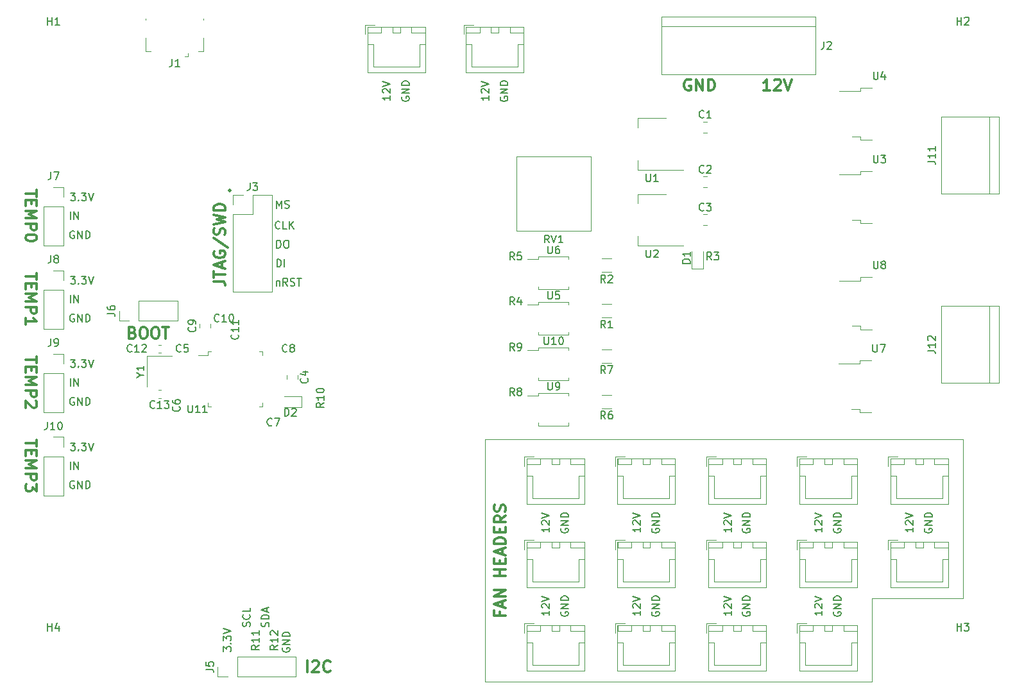
<source format=gbr>
%TF.GenerationSoftware,KiCad,Pcbnew,(5.1.5-131-g305ed0b65)-1*%
%TF.CreationDate,2021-01-25T18:11:24+08:00*%
%TF.ProjectId,OpenTEC,4f70656e-5445-4432-9e6b-696361645f70,rev?*%
%TF.SameCoordinates,Original*%
%TF.FileFunction,Legend,Top*%
%TF.FilePolarity,Positive*%
%FSLAX46Y46*%
G04 Gerber Fmt 4.6, Leading zero omitted, Abs format (unit mm)*
G04 Created by KiCad (PCBNEW (5.1.5-131-g305ed0b65)-1) date 2021-01-25 18:11:24*
%MOMM*%
%LPD*%
G01*
G04 APERTURE LIST*
%ADD10C,0.150000*%
%ADD11C,0.300000*%
%ADD12C,0.120000*%
G04 APERTURE END LIST*
D10*
X109250000Y-129511904D02*
X109202380Y-129607142D01*
X109202380Y-129750000D01*
X109250000Y-129892857D01*
X109345238Y-129988095D01*
X109440476Y-130035714D01*
X109630952Y-130083333D01*
X109773809Y-130083333D01*
X109964285Y-130035714D01*
X110059523Y-129988095D01*
X110154761Y-129892857D01*
X110202380Y-129750000D01*
X110202380Y-129654761D01*
X110154761Y-129511904D01*
X110107142Y-129464285D01*
X109773809Y-129464285D01*
X109773809Y-129654761D01*
X110202380Y-129035714D02*
X109202380Y-129035714D01*
X110202380Y-128464285D01*
X109202380Y-128464285D01*
X110202380Y-127988095D02*
X109202380Y-127988095D01*
X109202380Y-127750000D01*
X109250000Y-127607142D01*
X109345238Y-127511904D01*
X109440476Y-127464285D01*
X109630952Y-127416666D01*
X109773809Y-127416666D01*
X109964285Y-127464285D01*
X110059523Y-127511904D01*
X110154761Y-127607142D01*
X110202380Y-127750000D01*
X110202380Y-127988095D01*
X107404761Y-126714285D02*
X107452380Y-126571428D01*
X107452380Y-126333333D01*
X107404761Y-126238095D01*
X107357142Y-126190476D01*
X107261904Y-126142857D01*
X107166666Y-126142857D01*
X107071428Y-126190476D01*
X107023809Y-126238095D01*
X106976190Y-126333333D01*
X106928571Y-126523809D01*
X106880952Y-126619047D01*
X106833333Y-126666666D01*
X106738095Y-126714285D01*
X106642857Y-126714285D01*
X106547619Y-126666666D01*
X106500000Y-126619047D01*
X106452380Y-126523809D01*
X106452380Y-126285714D01*
X106500000Y-126142857D01*
X107452380Y-125714285D02*
X106452380Y-125714285D01*
X106452380Y-125476190D01*
X106500000Y-125333333D01*
X106595238Y-125238095D01*
X106690476Y-125190476D01*
X106880952Y-125142857D01*
X107023809Y-125142857D01*
X107214285Y-125190476D01*
X107309523Y-125238095D01*
X107404761Y-125333333D01*
X107452380Y-125476190D01*
X107452380Y-125714285D01*
X107166666Y-124761904D02*
X107166666Y-124285714D01*
X107452380Y-124857142D02*
X106452380Y-124523809D01*
X107452380Y-124190476D01*
X104904761Y-126690476D02*
X104952380Y-126547619D01*
X104952380Y-126309523D01*
X104904761Y-126214285D01*
X104857142Y-126166666D01*
X104761904Y-126119047D01*
X104666666Y-126119047D01*
X104571428Y-126166666D01*
X104523809Y-126214285D01*
X104476190Y-126309523D01*
X104428571Y-126500000D01*
X104380952Y-126595238D01*
X104333333Y-126642857D01*
X104238095Y-126690476D01*
X104142857Y-126690476D01*
X104047619Y-126642857D01*
X104000000Y-126595238D01*
X103952380Y-126500000D01*
X103952380Y-126261904D01*
X104000000Y-126119047D01*
X104857142Y-125119047D02*
X104904761Y-125166666D01*
X104952380Y-125309523D01*
X104952380Y-125404761D01*
X104904761Y-125547619D01*
X104809523Y-125642857D01*
X104714285Y-125690476D01*
X104523809Y-125738095D01*
X104380952Y-125738095D01*
X104190476Y-125690476D01*
X104095238Y-125642857D01*
X104000000Y-125547619D01*
X103952380Y-125404761D01*
X103952380Y-125309523D01*
X104000000Y-125166666D01*
X104047619Y-125119047D01*
X104952380Y-124214285D02*
X104952380Y-124690476D01*
X103952380Y-124690476D01*
X101452380Y-129976190D02*
X101452380Y-129357142D01*
X101833333Y-129690476D01*
X101833333Y-129547619D01*
X101880952Y-129452380D01*
X101928571Y-129404761D01*
X102023809Y-129357142D01*
X102261904Y-129357142D01*
X102357142Y-129404761D01*
X102404761Y-129452380D01*
X102452380Y-129547619D01*
X102452380Y-129833333D01*
X102404761Y-129928571D01*
X102357142Y-129976190D01*
X102357142Y-128928571D02*
X102404761Y-128880952D01*
X102452380Y-128928571D01*
X102404761Y-128976190D01*
X102357142Y-128928571D01*
X102452380Y-128928571D01*
X101452380Y-128547619D02*
X101452380Y-127928571D01*
X101833333Y-128261904D01*
X101833333Y-128119047D01*
X101880952Y-128023809D01*
X101928571Y-127976190D01*
X102023809Y-127928571D01*
X102261904Y-127928571D01*
X102357142Y-127976190D01*
X102404761Y-128023809D01*
X102452380Y-128119047D01*
X102452380Y-128404761D01*
X102404761Y-128500000D01*
X102357142Y-128547619D01*
X101452380Y-127642857D02*
X102452380Y-127309523D01*
X101452380Y-126976190D01*
X108428571Y-81035714D02*
X108428571Y-81702380D01*
X108428571Y-81130952D02*
X108476190Y-81083333D01*
X108571428Y-81035714D01*
X108714285Y-81035714D01*
X108809523Y-81083333D01*
X108857142Y-81178571D01*
X108857142Y-81702380D01*
X109904761Y-81702380D02*
X109571428Y-81226190D01*
X109333333Y-81702380D02*
X109333333Y-80702380D01*
X109714285Y-80702380D01*
X109809523Y-80750000D01*
X109857142Y-80797619D01*
X109904761Y-80892857D01*
X109904761Y-81035714D01*
X109857142Y-81130952D01*
X109809523Y-81178571D01*
X109714285Y-81226190D01*
X109333333Y-81226190D01*
X110285714Y-81654761D02*
X110428571Y-81702380D01*
X110666666Y-81702380D01*
X110761904Y-81654761D01*
X110809523Y-81607142D01*
X110857142Y-81511904D01*
X110857142Y-81416666D01*
X110809523Y-81321428D01*
X110761904Y-81273809D01*
X110666666Y-81226190D01*
X110476190Y-81178571D01*
X110380952Y-81130952D01*
X110333333Y-81083333D01*
X110285714Y-80988095D01*
X110285714Y-80892857D01*
X110333333Y-80797619D01*
X110380952Y-80750000D01*
X110476190Y-80702380D01*
X110714285Y-80702380D01*
X110857142Y-80750000D01*
X111142857Y-80702380D02*
X111714285Y-80702380D01*
X111428571Y-81702380D02*
X111428571Y-80702380D01*
X108500000Y-79202380D02*
X108500000Y-78202380D01*
X108738095Y-78202380D01*
X108880952Y-78250000D01*
X108976190Y-78345238D01*
X109023809Y-78440476D01*
X109071428Y-78630952D01*
X109071428Y-78773809D01*
X109023809Y-78964285D01*
X108976190Y-79059523D01*
X108880952Y-79154761D01*
X108738095Y-79202380D01*
X108500000Y-79202380D01*
X109500000Y-79202380D02*
X109500000Y-78202380D01*
X108464285Y-76702380D02*
X108464285Y-75702380D01*
X108702380Y-75702380D01*
X108845238Y-75750000D01*
X108940476Y-75845238D01*
X108988095Y-75940476D01*
X109035714Y-76130952D01*
X109035714Y-76273809D01*
X108988095Y-76464285D01*
X108940476Y-76559523D01*
X108845238Y-76654761D01*
X108702380Y-76702380D01*
X108464285Y-76702380D01*
X109654761Y-75702380D02*
X109845238Y-75702380D01*
X109940476Y-75750000D01*
X110035714Y-75845238D01*
X110083333Y-76035714D01*
X110083333Y-76369047D01*
X110035714Y-76559523D01*
X109940476Y-76654761D01*
X109845238Y-76702380D01*
X109654761Y-76702380D01*
X109559523Y-76654761D01*
X109464285Y-76559523D01*
X109416666Y-76369047D01*
X109416666Y-76035714D01*
X109464285Y-75845238D01*
X109559523Y-75750000D01*
X109654761Y-75702380D01*
X108904761Y-74107142D02*
X108857142Y-74154761D01*
X108714285Y-74202380D01*
X108619047Y-74202380D01*
X108476190Y-74154761D01*
X108380952Y-74059523D01*
X108333333Y-73964285D01*
X108285714Y-73773809D01*
X108285714Y-73630952D01*
X108333333Y-73440476D01*
X108380952Y-73345238D01*
X108476190Y-73250000D01*
X108619047Y-73202380D01*
X108714285Y-73202380D01*
X108857142Y-73250000D01*
X108904761Y-73297619D01*
X109809523Y-74202380D02*
X109333333Y-74202380D01*
X109333333Y-73202380D01*
X110142857Y-74202380D02*
X110142857Y-73202380D01*
X110714285Y-74202380D02*
X110285714Y-73630952D01*
X110714285Y-73202380D02*
X110142857Y-73773809D01*
X108440476Y-71452380D02*
X108440476Y-70452380D01*
X108773809Y-71166666D01*
X109107142Y-70452380D01*
X109107142Y-71452380D01*
X109535714Y-71404761D02*
X109678571Y-71452380D01*
X109916666Y-71452380D01*
X110011904Y-71404761D01*
X110059523Y-71357142D01*
X110107142Y-71261904D01*
X110107142Y-71166666D01*
X110059523Y-71071428D01*
X110011904Y-71023809D01*
X109916666Y-70976190D01*
X109726190Y-70928571D01*
X109630952Y-70880952D01*
X109583333Y-70833333D01*
X109535714Y-70738095D01*
X109535714Y-70642857D01*
X109583333Y-70547619D01*
X109630952Y-70500000D01*
X109726190Y-70452380D01*
X109964285Y-70452380D01*
X110107142Y-70500000D01*
X136452380Y-56619047D02*
X136452380Y-57190476D01*
X136452380Y-56904761D02*
X135452380Y-56904761D01*
X135595238Y-57000000D01*
X135690476Y-57095238D01*
X135738095Y-57190476D01*
X135547619Y-56238095D02*
X135500000Y-56190476D01*
X135452380Y-56095238D01*
X135452380Y-55857142D01*
X135500000Y-55761904D01*
X135547619Y-55714285D01*
X135642857Y-55666666D01*
X135738095Y-55666666D01*
X135880952Y-55714285D01*
X136452380Y-56285714D01*
X136452380Y-55666666D01*
X135452380Y-55380952D02*
X136452380Y-55047619D01*
X135452380Y-54714285D01*
X138000000Y-56761904D02*
X137952380Y-56857142D01*
X137952380Y-57000000D01*
X138000000Y-57142857D01*
X138095238Y-57238095D01*
X138190476Y-57285714D01*
X138380952Y-57333333D01*
X138523809Y-57333333D01*
X138714285Y-57285714D01*
X138809523Y-57238095D01*
X138904761Y-57142857D01*
X138952380Y-57000000D01*
X138952380Y-56904761D01*
X138904761Y-56761904D01*
X138857142Y-56714285D01*
X138523809Y-56714285D01*
X138523809Y-56904761D01*
X138952380Y-56285714D02*
X137952380Y-56285714D01*
X138952380Y-55714285D01*
X137952380Y-55714285D01*
X138952380Y-55238095D02*
X137952380Y-55238095D01*
X137952380Y-55000000D01*
X138000000Y-54857142D01*
X138095238Y-54761904D01*
X138190476Y-54714285D01*
X138380952Y-54666666D01*
X138523809Y-54666666D01*
X138714285Y-54714285D01*
X138809523Y-54761904D01*
X138904761Y-54857142D01*
X138952380Y-55000000D01*
X138952380Y-55238095D01*
X123452380Y-56619047D02*
X123452380Y-57190476D01*
X123452380Y-56904761D02*
X122452380Y-56904761D01*
X122595238Y-57000000D01*
X122690476Y-57095238D01*
X122738095Y-57190476D01*
X122547619Y-56238095D02*
X122500000Y-56190476D01*
X122452380Y-56095238D01*
X122452380Y-55857142D01*
X122500000Y-55761904D01*
X122547619Y-55714285D01*
X122642857Y-55666666D01*
X122738095Y-55666666D01*
X122880952Y-55714285D01*
X123452380Y-56285714D01*
X123452380Y-55666666D01*
X122452380Y-55380952D02*
X123452380Y-55047619D01*
X122452380Y-54714285D01*
X125000000Y-56761904D02*
X124952380Y-56857142D01*
X124952380Y-57000000D01*
X125000000Y-57142857D01*
X125095238Y-57238095D01*
X125190476Y-57285714D01*
X125380952Y-57333333D01*
X125523809Y-57333333D01*
X125714285Y-57285714D01*
X125809523Y-57238095D01*
X125904761Y-57142857D01*
X125952380Y-57000000D01*
X125952380Y-56904761D01*
X125904761Y-56761904D01*
X125857142Y-56714285D01*
X125523809Y-56714285D01*
X125523809Y-56904761D01*
X125952380Y-56285714D02*
X124952380Y-56285714D01*
X125952380Y-55714285D01*
X124952380Y-55714285D01*
X125952380Y-55238095D02*
X124952380Y-55238095D01*
X124952380Y-55000000D01*
X125000000Y-54857142D01*
X125095238Y-54761904D01*
X125190476Y-54714285D01*
X125380952Y-54666666D01*
X125523809Y-54666666D01*
X125714285Y-54714285D01*
X125809523Y-54761904D01*
X125904761Y-54857142D01*
X125952380Y-55000000D01*
X125952380Y-55238095D01*
X180452380Y-124619047D02*
X180452380Y-125190476D01*
X180452380Y-124904761D02*
X179452380Y-124904761D01*
X179595238Y-125000000D01*
X179690476Y-125095238D01*
X179738095Y-125190476D01*
X179547619Y-124238095D02*
X179500000Y-124190476D01*
X179452380Y-124095238D01*
X179452380Y-123857142D01*
X179500000Y-123761904D01*
X179547619Y-123714285D01*
X179642857Y-123666666D01*
X179738095Y-123666666D01*
X179880952Y-123714285D01*
X180452380Y-124285714D01*
X180452380Y-123666666D01*
X179452380Y-123380952D02*
X180452380Y-123047619D01*
X179452380Y-122714285D01*
X182000000Y-124761904D02*
X181952380Y-124857142D01*
X181952380Y-125000000D01*
X182000000Y-125142857D01*
X182095238Y-125238095D01*
X182190476Y-125285714D01*
X182380952Y-125333333D01*
X182523809Y-125333333D01*
X182714285Y-125285714D01*
X182809523Y-125238095D01*
X182904761Y-125142857D01*
X182952380Y-125000000D01*
X182952380Y-124904761D01*
X182904761Y-124761904D01*
X182857142Y-124714285D01*
X182523809Y-124714285D01*
X182523809Y-124904761D01*
X182952380Y-124285714D02*
X181952380Y-124285714D01*
X182952380Y-123714285D01*
X181952380Y-123714285D01*
X182952380Y-123238095D02*
X181952380Y-123238095D01*
X181952380Y-123000000D01*
X182000000Y-122857142D01*
X182095238Y-122761904D01*
X182190476Y-122714285D01*
X182380952Y-122666666D01*
X182523809Y-122666666D01*
X182714285Y-122714285D01*
X182809523Y-122761904D01*
X182904761Y-122857142D01*
X182952380Y-123000000D01*
X182952380Y-123238095D01*
X168452380Y-124619047D02*
X168452380Y-125190476D01*
X168452380Y-124904761D02*
X167452380Y-124904761D01*
X167595238Y-125000000D01*
X167690476Y-125095238D01*
X167738095Y-125190476D01*
X167547619Y-124238095D02*
X167500000Y-124190476D01*
X167452380Y-124095238D01*
X167452380Y-123857142D01*
X167500000Y-123761904D01*
X167547619Y-123714285D01*
X167642857Y-123666666D01*
X167738095Y-123666666D01*
X167880952Y-123714285D01*
X168452380Y-124285714D01*
X168452380Y-123666666D01*
X167452380Y-123380952D02*
X168452380Y-123047619D01*
X167452380Y-122714285D01*
X170000000Y-124761904D02*
X169952380Y-124857142D01*
X169952380Y-125000000D01*
X170000000Y-125142857D01*
X170095238Y-125238095D01*
X170190476Y-125285714D01*
X170380952Y-125333333D01*
X170523809Y-125333333D01*
X170714285Y-125285714D01*
X170809523Y-125238095D01*
X170904761Y-125142857D01*
X170952380Y-125000000D01*
X170952380Y-124904761D01*
X170904761Y-124761904D01*
X170857142Y-124714285D01*
X170523809Y-124714285D01*
X170523809Y-124904761D01*
X170952380Y-124285714D02*
X169952380Y-124285714D01*
X170952380Y-123714285D01*
X169952380Y-123714285D01*
X170952380Y-123238095D02*
X169952380Y-123238095D01*
X169952380Y-123000000D01*
X170000000Y-122857142D01*
X170095238Y-122761904D01*
X170190476Y-122714285D01*
X170380952Y-122666666D01*
X170523809Y-122666666D01*
X170714285Y-122714285D01*
X170809523Y-122761904D01*
X170904761Y-122857142D01*
X170952380Y-123000000D01*
X170952380Y-123238095D01*
X156452380Y-124619047D02*
X156452380Y-125190476D01*
X156452380Y-124904761D02*
X155452380Y-124904761D01*
X155595238Y-125000000D01*
X155690476Y-125095238D01*
X155738095Y-125190476D01*
X155547619Y-124238095D02*
X155500000Y-124190476D01*
X155452380Y-124095238D01*
X155452380Y-123857142D01*
X155500000Y-123761904D01*
X155547619Y-123714285D01*
X155642857Y-123666666D01*
X155738095Y-123666666D01*
X155880952Y-123714285D01*
X156452380Y-124285714D01*
X156452380Y-123666666D01*
X155452380Y-123380952D02*
X156452380Y-123047619D01*
X155452380Y-122714285D01*
X158000000Y-124761904D02*
X157952380Y-124857142D01*
X157952380Y-125000000D01*
X158000000Y-125142857D01*
X158095238Y-125238095D01*
X158190476Y-125285714D01*
X158380952Y-125333333D01*
X158523809Y-125333333D01*
X158714285Y-125285714D01*
X158809523Y-125238095D01*
X158904761Y-125142857D01*
X158952380Y-125000000D01*
X158952380Y-124904761D01*
X158904761Y-124761904D01*
X158857142Y-124714285D01*
X158523809Y-124714285D01*
X158523809Y-124904761D01*
X158952380Y-124285714D02*
X157952380Y-124285714D01*
X158952380Y-123714285D01*
X157952380Y-123714285D01*
X158952380Y-123238095D02*
X157952380Y-123238095D01*
X157952380Y-123000000D01*
X158000000Y-122857142D01*
X158095238Y-122761904D01*
X158190476Y-122714285D01*
X158380952Y-122666666D01*
X158523809Y-122666666D01*
X158714285Y-122714285D01*
X158809523Y-122761904D01*
X158904761Y-122857142D01*
X158952380Y-123000000D01*
X158952380Y-123238095D01*
X144452380Y-124619047D02*
X144452380Y-125190476D01*
X144452380Y-124904761D02*
X143452380Y-124904761D01*
X143595238Y-125000000D01*
X143690476Y-125095238D01*
X143738095Y-125190476D01*
X143547619Y-124238095D02*
X143500000Y-124190476D01*
X143452380Y-124095238D01*
X143452380Y-123857142D01*
X143500000Y-123761904D01*
X143547619Y-123714285D01*
X143642857Y-123666666D01*
X143738095Y-123666666D01*
X143880952Y-123714285D01*
X144452380Y-124285714D01*
X144452380Y-123666666D01*
X143452380Y-123380952D02*
X144452380Y-123047619D01*
X143452380Y-122714285D01*
X146000000Y-124761904D02*
X145952380Y-124857142D01*
X145952380Y-125000000D01*
X146000000Y-125142857D01*
X146095238Y-125238095D01*
X146190476Y-125285714D01*
X146380952Y-125333333D01*
X146523809Y-125333333D01*
X146714285Y-125285714D01*
X146809523Y-125238095D01*
X146904761Y-125142857D01*
X146952380Y-125000000D01*
X146952380Y-124904761D01*
X146904761Y-124761904D01*
X146857142Y-124714285D01*
X146523809Y-124714285D01*
X146523809Y-124904761D01*
X146952380Y-124285714D02*
X145952380Y-124285714D01*
X146952380Y-123714285D01*
X145952380Y-123714285D01*
X146952380Y-123238095D02*
X145952380Y-123238095D01*
X145952380Y-123000000D01*
X146000000Y-122857142D01*
X146095238Y-122761904D01*
X146190476Y-122714285D01*
X146380952Y-122666666D01*
X146523809Y-122666666D01*
X146714285Y-122714285D01*
X146809523Y-122761904D01*
X146904761Y-122857142D01*
X146952380Y-123000000D01*
X146952380Y-123238095D01*
X192452380Y-113619047D02*
X192452380Y-114190476D01*
X192452380Y-113904761D02*
X191452380Y-113904761D01*
X191595238Y-114000000D01*
X191690476Y-114095238D01*
X191738095Y-114190476D01*
X191547619Y-113238095D02*
X191500000Y-113190476D01*
X191452380Y-113095238D01*
X191452380Y-112857142D01*
X191500000Y-112761904D01*
X191547619Y-112714285D01*
X191642857Y-112666666D01*
X191738095Y-112666666D01*
X191880952Y-112714285D01*
X192452380Y-113285714D01*
X192452380Y-112666666D01*
X191452380Y-112380952D02*
X192452380Y-112047619D01*
X191452380Y-111714285D01*
X194000000Y-113761904D02*
X193952380Y-113857142D01*
X193952380Y-114000000D01*
X194000000Y-114142857D01*
X194095238Y-114238095D01*
X194190476Y-114285714D01*
X194380952Y-114333333D01*
X194523809Y-114333333D01*
X194714285Y-114285714D01*
X194809523Y-114238095D01*
X194904761Y-114142857D01*
X194952380Y-114000000D01*
X194952380Y-113904761D01*
X194904761Y-113761904D01*
X194857142Y-113714285D01*
X194523809Y-113714285D01*
X194523809Y-113904761D01*
X194952380Y-113285714D02*
X193952380Y-113285714D01*
X194952380Y-112714285D01*
X193952380Y-112714285D01*
X194952380Y-112238095D02*
X193952380Y-112238095D01*
X193952380Y-112000000D01*
X194000000Y-111857142D01*
X194095238Y-111761904D01*
X194190476Y-111714285D01*
X194380952Y-111666666D01*
X194523809Y-111666666D01*
X194714285Y-111714285D01*
X194809523Y-111761904D01*
X194904761Y-111857142D01*
X194952380Y-112000000D01*
X194952380Y-112238095D01*
X180452380Y-113619047D02*
X180452380Y-114190476D01*
X180452380Y-113904761D02*
X179452380Y-113904761D01*
X179595238Y-114000000D01*
X179690476Y-114095238D01*
X179738095Y-114190476D01*
X179547619Y-113238095D02*
X179500000Y-113190476D01*
X179452380Y-113095238D01*
X179452380Y-112857142D01*
X179500000Y-112761904D01*
X179547619Y-112714285D01*
X179642857Y-112666666D01*
X179738095Y-112666666D01*
X179880952Y-112714285D01*
X180452380Y-113285714D01*
X180452380Y-112666666D01*
X179452380Y-112380952D02*
X180452380Y-112047619D01*
X179452380Y-111714285D01*
X182000000Y-113761904D02*
X181952380Y-113857142D01*
X181952380Y-114000000D01*
X182000000Y-114142857D01*
X182095238Y-114238095D01*
X182190476Y-114285714D01*
X182380952Y-114333333D01*
X182523809Y-114333333D01*
X182714285Y-114285714D01*
X182809523Y-114238095D01*
X182904761Y-114142857D01*
X182952380Y-114000000D01*
X182952380Y-113904761D01*
X182904761Y-113761904D01*
X182857142Y-113714285D01*
X182523809Y-113714285D01*
X182523809Y-113904761D01*
X182952380Y-113285714D02*
X181952380Y-113285714D01*
X182952380Y-112714285D01*
X181952380Y-112714285D01*
X182952380Y-112238095D02*
X181952380Y-112238095D01*
X181952380Y-112000000D01*
X182000000Y-111857142D01*
X182095238Y-111761904D01*
X182190476Y-111714285D01*
X182380952Y-111666666D01*
X182523809Y-111666666D01*
X182714285Y-111714285D01*
X182809523Y-111761904D01*
X182904761Y-111857142D01*
X182952380Y-112000000D01*
X182952380Y-112238095D01*
X168452380Y-113619047D02*
X168452380Y-114190476D01*
X168452380Y-113904761D02*
X167452380Y-113904761D01*
X167595238Y-114000000D01*
X167690476Y-114095238D01*
X167738095Y-114190476D01*
X167547619Y-113238095D02*
X167500000Y-113190476D01*
X167452380Y-113095238D01*
X167452380Y-112857142D01*
X167500000Y-112761904D01*
X167547619Y-112714285D01*
X167642857Y-112666666D01*
X167738095Y-112666666D01*
X167880952Y-112714285D01*
X168452380Y-113285714D01*
X168452380Y-112666666D01*
X167452380Y-112380952D02*
X168452380Y-112047619D01*
X167452380Y-111714285D01*
X170000000Y-113761904D02*
X169952380Y-113857142D01*
X169952380Y-114000000D01*
X170000000Y-114142857D01*
X170095238Y-114238095D01*
X170190476Y-114285714D01*
X170380952Y-114333333D01*
X170523809Y-114333333D01*
X170714285Y-114285714D01*
X170809523Y-114238095D01*
X170904761Y-114142857D01*
X170952380Y-114000000D01*
X170952380Y-113904761D01*
X170904761Y-113761904D01*
X170857142Y-113714285D01*
X170523809Y-113714285D01*
X170523809Y-113904761D01*
X170952380Y-113285714D02*
X169952380Y-113285714D01*
X170952380Y-112714285D01*
X169952380Y-112714285D01*
X170952380Y-112238095D02*
X169952380Y-112238095D01*
X169952380Y-112000000D01*
X170000000Y-111857142D01*
X170095238Y-111761904D01*
X170190476Y-111714285D01*
X170380952Y-111666666D01*
X170523809Y-111666666D01*
X170714285Y-111714285D01*
X170809523Y-111761904D01*
X170904761Y-111857142D01*
X170952380Y-112000000D01*
X170952380Y-112238095D01*
X156452380Y-113619047D02*
X156452380Y-114190476D01*
X156452380Y-113904761D02*
X155452380Y-113904761D01*
X155595238Y-114000000D01*
X155690476Y-114095238D01*
X155738095Y-114190476D01*
X155547619Y-113238095D02*
X155500000Y-113190476D01*
X155452380Y-113095238D01*
X155452380Y-112857142D01*
X155500000Y-112761904D01*
X155547619Y-112714285D01*
X155642857Y-112666666D01*
X155738095Y-112666666D01*
X155880952Y-112714285D01*
X156452380Y-113285714D01*
X156452380Y-112666666D01*
X155452380Y-112380952D02*
X156452380Y-112047619D01*
X155452380Y-111714285D01*
X158000000Y-113761904D02*
X157952380Y-113857142D01*
X157952380Y-114000000D01*
X158000000Y-114142857D01*
X158095238Y-114238095D01*
X158190476Y-114285714D01*
X158380952Y-114333333D01*
X158523809Y-114333333D01*
X158714285Y-114285714D01*
X158809523Y-114238095D01*
X158904761Y-114142857D01*
X158952380Y-114000000D01*
X158952380Y-113904761D01*
X158904761Y-113761904D01*
X158857142Y-113714285D01*
X158523809Y-113714285D01*
X158523809Y-113904761D01*
X158952380Y-113285714D02*
X157952380Y-113285714D01*
X158952380Y-112714285D01*
X157952380Y-112714285D01*
X158952380Y-112238095D02*
X157952380Y-112238095D01*
X157952380Y-112000000D01*
X158000000Y-111857142D01*
X158095238Y-111761904D01*
X158190476Y-111714285D01*
X158380952Y-111666666D01*
X158523809Y-111666666D01*
X158714285Y-111714285D01*
X158809523Y-111761904D01*
X158904761Y-111857142D01*
X158952380Y-112000000D01*
X158952380Y-112238095D01*
X146000000Y-113761904D02*
X145952380Y-113857142D01*
X145952380Y-114000000D01*
X146000000Y-114142857D01*
X146095238Y-114238095D01*
X146190476Y-114285714D01*
X146380952Y-114333333D01*
X146523809Y-114333333D01*
X146714285Y-114285714D01*
X146809523Y-114238095D01*
X146904761Y-114142857D01*
X146952380Y-114000000D01*
X146952380Y-113904761D01*
X146904761Y-113761904D01*
X146857142Y-113714285D01*
X146523809Y-113714285D01*
X146523809Y-113904761D01*
X146952380Y-113285714D02*
X145952380Y-113285714D01*
X146952380Y-112714285D01*
X145952380Y-112714285D01*
X146952380Y-112238095D02*
X145952380Y-112238095D01*
X145952380Y-112000000D01*
X146000000Y-111857142D01*
X146095238Y-111761904D01*
X146190476Y-111714285D01*
X146380952Y-111666666D01*
X146523809Y-111666666D01*
X146714285Y-111714285D01*
X146809523Y-111761904D01*
X146904761Y-111857142D01*
X146952380Y-112000000D01*
X146952380Y-112238095D01*
X144452380Y-113619047D02*
X144452380Y-114190476D01*
X144452380Y-113904761D02*
X143452380Y-113904761D01*
X143595238Y-114000000D01*
X143690476Y-114095238D01*
X143738095Y-114190476D01*
X143547619Y-113238095D02*
X143500000Y-113190476D01*
X143452380Y-113095238D01*
X143452380Y-112857142D01*
X143500000Y-112761904D01*
X143547619Y-112714285D01*
X143642857Y-112666666D01*
X143738095Y-112666666D01*
X143880952Y-112714285D01*
X144452380Y-113285714D01*
X144452380Y-112666666D01*
X143452380Y-112380952D02*
X144452380Y-112047619D01*
X143452380Y-111714285D01*
D11*
X112535714Y-132678571D02*
X112535714Y-131178571D01*
X113178571Y-131321428D02*
X113250000Y-131250000D01*
X113392857Y-131178571D01*
X113750000Y-131178571D01*
X113892857Y-131250000D01*
X113964285Y-131321428D01*
X114035714Y-131464285D01*
X114035714Y-131607142D01*
X113964285Y-131821428D01*
X113107142Y-132678571D01*
X114035714Y-132678571D01*
X115535714Y-132535714D02*
X115464285Y-132607142D01*
X115250000Y-132678571D01*
X115107142Y-132678571D01*
X114892857Y-132607142D01*
X114750000Y-132464285D01*
X114678571Y-132321428D01*
X114607142Y-132035714D01*
X114607142Y-131821428D01*
X114678571Y-131535714D01*
X114750000Y-131392857D01*
X114892857Y-131250000D01*
X115107142Y-131178571D01*
X115250000Y-131178571D01*
X115464285Y-131250000D01*
X115535714Y-131321428D01*
X137892857Y-124785714D02*
X137892857Y-125285714D01*
X138678571Y-125285714D02*
X137178571Y-125285714D01*
X137178571Y-124571428D01*
X138250000Y-124071428D02*
X138250000Y-123357142D01*
X138678571Y-124214285D02*
X137178571Y-123714285D01*
X138678571Y-123214285D01*
X138678571Y-122714285D02*
X137178571Y-122714285D01*
X138678571Y-121857142D01*
X137178571Y-121857142D01*
X138678571Y-120000000D02*
X137178571Y-120000000D01*
X137892857Y-120000000D02*
X137892857Y-119142857D01*
X138678571Y-119142857D02*
X137178571Y-119142857D01*
X137892857Y-118428571D02*
X137892857Y-117928571D01*
X138678571Y-117714285D02*
X138678571Y-118428571D01*
X137178571Y-118428571D01*
X137178571Y-117714285D01*
X138250000Y-117142857D02*
X138250000Y-116428571D01*
X138678571Y-117285714D02*
X137178571Y-116785714D01*
X138678571Y-116285714D01*
X138678571Y-115785714D02*
X137178571Y-115785714D01*
X137178571Y-115428571D01*
X137250000Y-115214285D01*
X137392857Y-115071428D01*
X137535714Y-115000000D01*
X137821428Y-114928571D01*
X138035714Y-114928571D01*
X138321428Y-115000000D01*
X138464285Y-115071428D01*
X138607142Y-115214285D01*
X138678571Y-115428571D01*
X138678571Y-115785714D01*
X137892857Y-114285714D02*
X137892857Y-113785714D01*
X138678571Y-113571428D02*
X138678571Y-114285714D01*
X137178571Y-114285714D01*
X137178571Y-113571428D01*
X138678571Y-112071428D02*
X137964285Y-112571428D01*
X138678571Y-112928571D02*
X137178571Y-112928571D01*
X137178571Y-112357142D01*
X137250000Y-112214285D01*
X137321428Y-112142857D01*
X137464285Y-112071428D01*
X137678571Y-112071428D01*
X137821428Y-112142857D01*
X137892857Y-112214285D01*
X137964285Y-112357142D01*
X137964285Y-112928571D01*
X138607142Y-111500000D02*
X138678571Y-111285714D01*
X138678571Y-110928571D01*
X138607142Y-110785714D01*
X138535714Y-110714285D01*
X138392857Y-110642857D01*
X138250000Y-110642857D01*
X138107142Y-110714285D01*
X138035714Y-110785714D01*
X137964285Y-110928571D01*
X137892857Y-111214285D01*
X137821428Y-111357142D01*
X137750000Y-111428571D01*
X137607142Y-111500000D01*
X137464285Y-111500000D01*
X137321428Y-111428571D01*
X137250000Y-111357142D01*
X137178571Y-111214285D01*
X137178571Y-110857142D01*
X137250000Y-110642857D01*
D12*
X199000000Y-102000000D02*
X136000000Y-102000000D01*
X199000000Y-123000000D02*
X199000000Y-102000000D01*
X187000000Y-123000000D02*
X199000000Y-123000000D01*
X187000000Y-134000000D02*
X187000000Y-123000000D01*
X136000000Y-134000000D02*
X187000000Y-134000000D01*
X136000000Y-102000000D02*
X136000000Y-134000000D01*
D10*
X81226190Y-105952380D02*
X81226190Y-104952380D01*
X81702380Y-105952380D02*
X81702380Y-104952380D01*
X82273809Y-105952380D01*
X82273809Y-104952380D01*
X81273809Y-102452380D02*
X81892857Y-102452380D01*
X81559523Y-102833333D01*
X81702380Y-102833333D01*
X81797619Y-102880952D01*
X81845238Y-102928571D01*
X81892857Y-103023809D01*
X81892857Y-103261904D01*
X81845238Y-103357142D01*
X81797619Y-103404761D01*
X81702380Y-103452380D01*
X81416666Y-103452380D01*
X81321428Y-103404761D01*
X81273809Y-103357142D01*
X82321428Y-103357142D02*
X82369047Y-103404761D01*
X82321428Y-103452380D01*
X82273809Y-103404761D01*
X82321428Y-103357142D01*
X82321428Y-103452380D01*
X82702380Y-102452380D02*
X83321428Y-102452380D01*
X82988095Y-102833333D01*
X83130952Y-102833333D01*
X83226190Y-102880952D01*
X83273809Y-102928571D01*
X83321428Y-103023809D01*
X83321428Y-103261904D01*
X83273809Y-103357142D01*
X83226190Y-103404761D01*
X83130952Y-103452380D01*
X82845238Y-103452380D01*
X82750000Y-103404761D01*
X82702380Y-103357142D01*
X83607142Y-102452380D02*
X83940476Y-103452380D01*
X84273809Y-102452380D01*
X81738095Y-107500000D02*
X81642857Y-107452380D01*
X81500000Y-107452380D01*
X81357142Y-107500000D01*
X81261904Y-107595238D01*
X81214285Y-107690476D01*
X81166666Y-107880952D01*
X81166666Y-108023809D01*
X81214285Y-108214285D01*
X81261904Y-108309523D01*
X81357142Y-108404761D01*
X81500000Y-108452380D01*
X81595238Y-108452380D01*
X81738095Y-108404761D01*
X81785714Y-108357142D01*
X81785714Y-108023809D01*
X81595238Y-108023809D01*
X82214285Y-108452380D02*
X82214285Y-107452380D01*
X82785714Y-108452380D01*
X82785714Y-107452380D01*
X83261904Y-108452380D02*
X83261904Y-107452380D01*
X83500000Y-107452380D01*
X83642857Y-107500000D01*
X83738095Y-107595238D01*
X83785714Y-107690476D01*
X83833333Y-107880952D01*
X83833333Y-108023809D01*
X83785714Y-108214285D01*
X83738095Y-108309523D01*
X83642857Y-108404761D01*
X83500000Y-108452380D01*
X83261904Y-108452380D01*
X81226190Y-94952380D02*
X81226190Y-93952380D01*
X81702380Y-94952380D02*
X81702380Y-93952380D01*
X82273809Y-94952380D01*
X82273809Y-93952380D01*
X81273809Y-91452380D02*
X81892857Y-91452380D01*
X81559523Y-91833333D01*
X81702380Y-91833333D01*
X81797619Y-91880952D01*
X81845238Y-91928571D01*
X81892857Y-92023809D01*
X81892857Y-92261904D01*
X81845238Y-92357142D01*
X81797619Y-92404761D01*
X81702380Y-92452380D01*
X81416666Y-92452380D01*
X81321428Y-92404761D01*
X81273809Y-92357142D01*
X82321428Y-92357142D02*
X82369047Y-92404761D01*
X82321428Y-92452380D01*
X82273809Y-92404761D01*
X82321428Y-92357142D01*
X82321428Y-92452380D01*
X82702380Y-91452380D02*
X83321428Y-91452380D01*
X82988095Y-91833333D01*
X83130952Y-91833333D01*
X83226190Y-91880952D01*
X83273809Y-91928571D01*
X83321428Y-92023809D01*
X83321428Y-92261904D01*
X83273809Y-92357142D01*
X83226190Y-92404761D01*
X83130952Y-92452380D01*
X82845238Y-92452380D01*
X82750000Y-92404761D01*
X82702380Y-92357142D01*
X83607142Y-91452380D02*
X83940476Y-92452380D01*
X84273809Y-91452380D01*
X81738095Y-96500000D02*
X81642857Y-96452380D01*
X81500000Y-96452380D01*
X81357142Y-96500000D01*
X81261904Y-96595238D01*
X81214285Y-96690476D01*
X81166666Y-96880952D01*
X81166666Y-97023809D01*
X81214285Y-97214285D01*
X81261904Y-97309523D01*
X81357142Y-97404761D01*
X81500000Y-97452380D01*
X81595238Y-97452380D01*
X81738095Y-97404761D01*
X81785714Y-97357142D01*
X81785714Y-97023809D01*
X81595238Y-97023809D01*
X82214285Y-97452380D02*
X82214285Y-96452380D01*
X82785714Y-97452380D01*
X82785714Y-96452380D01*
X83261904Y-97452380D02*
X83261904Y-96452380D01*
X83500000Y-96452380D01*
X83642857Y-96500000D01*
X83738095Y-96595238D01*
X83785714Y-96690476D01*
X83833333Y-96880952D01*
X83833333Y-97023809D01*
X83785714Y-97214285D01*
X83738095Y-97309523D01*
X83642857Y-97404761D01*
X83500000Y-97452380D01*
X83261904Y-97452380D01*
X81226190Y-83952380D02*
X81226190Y-82952380D01*
X81702380Y-83952380D02*
X81702380Y-82952380D01*
X82273809Y-83952380D01*
X82273809Y-82952380D01*
X81273809Y-80452380D02*
X81892857Y-80452380D01*
X81559523Y-80833333D01*
X81702380Y-80833333D01*
X81797619Y-80880952D01*
X81845238Y-80928571D01*
X81892857Y-81023809D01*
X81892857Y-81261904D01*
X81845238Y-81357142D01*
X81797619Y-81404761D01*
X81702380Y-81452380D01*
X81416666Y-81452380D01*
X81321428Y-81404761D01*
X81273809Y-81357142D01*
X82321428Y-81357142D02*
X82369047Y-81404761D01*
X82321428Y-81452380D01*
X82273809Y-81404761D01*
X82321428Y-81357142D01*
X82321428Y-81452380D01*
X82702380Y-80452380D02*
X83321428Y-80452380D01*
X82988095Y-80833333D01*
X83130952Y-80833333D01*
X83226190Y-80880952D01*
X83273809Y-80928571D01*
X83321428Y-81023809D01*
X83321428Y-81261904D01*
X83273809Y-81357142D01*
X83226190Y-81404761D01*
X83130952Y-81452380D01*
X82845238Y-81452380D01*
X82750000Y-81404761D01*
X82702380Y-81357142D01*
X83607142Y-80452380D02*
X83940476Y-81452380D01*
X84273809Y-80452380D01*
X81738095Y-85500000D02*
X81642857Y-85452380D01*
X81500000Y-85452380D01*
X81357142Y-85500000D01*
X81261904Y-85595238D01*
X81214285Y-85690476D01*
X81166666Y-85880952D01*
X81166666Y-86023809D01*
X81214285Y-86214285D01*
X81261904Y-86309523D01*
X81357142Y-86404761D01*
X81500000Y-86452380D01*
X81595238Y-86452380D01*
X81738095Y-86404761D01*
X81785714Y-86357142D01*
X81785714Y-86023809D01*
X81595238Y-86023809D01*
X82214285Y-86452380D02*
X82214285Y-85452380D01*
X82785714Y-86452380D01*
X82785714Y-85452380D01*
X83261904Y-86452380D02*
X83261904Y-85452380D01*
X83500000Y-85452380D01*
X83642857Y-85500000D01*
X83738095Y-85595238D01*
X83785714Y-85690476D01*
X83833333Y-85880952D01*
X83833333Y-86023809D01*
X83785714Y-86214285D01*
X83738095Y-86309523D01*
X83642857Y-86404761D01*
X83500000Y-86452380D01*
X83261904Y-86452380D01*
X81226190Y-72952380D02*
X81226190Y-71952380D01*
X81702380Y-72952380D02*
X81702380Y-71952380D01*
X82273809Y-72952380D01*
X82273809Y-71952380D01*
X81738095Y-74500000D02*
X81642857Y-74452380D01*
X81500000Y-74452380D01*
X81357142Y-74500000D01*
X81261904Y-74595238D01*
X81214285Y-74690476D01*
X81166666Y-74880952D01*
X81166666Y-75023809D01*
X81214285Y-75214285D01*
X81261904Y-75309523D01*
X81357142Y-75404761D01*
X81500000Y-75452380D01*
X81595238Y-75452380D01*
X81738095Y-75404761D01*
X81785714Y-75357142D01*
X81785714Y-75023809D01*
X81595238Y-75023809D01*
X82214285Y-75452380D02*
X82214285Y-74452380D01*
X82785714Y-75452380D01*
X82785714Y-74452380D01*
X83261904Y-75452380D02*
X83261904Y-74452380D01*
X83500000Y-74452380D01*
X83642857Y-74500000D01*
X83738095Y-74595238D01*
X83785714Y-74690476D01*
X83833333Y-74880952D01*
X83833333Y-75023809D01*
X83785714Y-75214285D01*
X83738095Y-75309523D01*
X83642857Y-75404761D01*
X83500000Y-75452380D01*
X83261904Y-75452380D01*
X81273809Y-69452380D02*
X81892857Y-69452380D01*
X81559523Y-69833333D01*
X81702380Y-69833333D01*
X81797619Y-69880952D01*
X81845238Y-69928571D01*
X81892857Y-70023809D01*
X81892857Y-70261904D01*
X81845238Y-70357142D01*
X81797619Y-70404761D01*
X81702380Y-70452380D01*
X81416666Y-70452380D01*
X81321428Y-70404761D01*
X81273809Y-70357142D01*
X82321428Y-70357142D02*
X82369047Y-70404761D01*
X82321428Y-70452380D01*
X82273809Y-70404761D01*
X82321428Y-70357142D01*
X82321428Y-70452380D01*
X82702380Y-69452380D02*
X83321428Y-69452380D01*
X82988095Y-69833333D01*
X83130952Y-69833333D01*
X83226190Y-69880952D01*
X83273809Y-69928571D01*
X83321428Y-70023809D01*
X83321428Y-70261904D01*
X83273809Y-70357142D01*
X83226190Y-70404761D01*
X83130952Y-70452380D01*
X82845238Y-70452380D01*
X82750000Y-70404761D01*
X82702380Y-70357142D01*
X83607142Y-69452380D02*
X83940476Y-70452380D01*
X84273809Y-69452380D01*
D11*
X76821428Y-102071428D02*
X76821428Y-102928571D01*
X75321428Y-102500000D02*
X76821428Y-102500000D01*
X76107142Y-103428571D02*
X76107142Y-103928571D01*
X75321428Y-104142857D02*
X75321428Y-103428571D01*
X76821428Y-103428571D01*
X76821428Y-104142857D01*
X75321428Y-104785714D02*
X76821428Y-104785714D01*
X75750000Y-105285714D01*
X76821428Y-105785714D01*
X75321428Y-105785714D01*
X75321428Y-106500000D02*
X76821428Y-106500000D01*
X76821428Y-107071428D01*
X76750000Y-107214285D01*
X76678571Y-107285714D01*
X76535714Y-107357142D01*
X76321428Y-107357142D01*
X76178571Y-107285714D01*
X76107142Y-107214285D01*
X76035714Y-107071428D01*
X76035714Y-106500000D01*
X76821428Y-107857142D02*
X76821428Y-108785714D01*
X76250000Y-108285714D01*
X76250000Y-108500000D01*
X76178571Y-108642857D01*
X76107142Y-108714285D01*
X75964285Y-108785714D01*
X75607142Y-108785714D01*
X75464285Y-108714285D01*
X75392857Y-108642857D01*
X75321428Y-108500000D01*
X75321428Y-108071428D01*
X75392857Y-107928571D01*
X75464285Y-107857142D01*
X76821428Y-91071428D02*
X76821428Y-91928571D01*
X75321428Y-91500000D02*
X76821428Y-91500000D01*
X76107142Y-92428571D02*
X76107142Y-92928571D01*
X75321428Y-93142857D02*
X75321428Y-92428571D01*
X76821428Y-92428571D01*
X76821428Y-93142857D01*
X75321428Y-93785714D02*
X76821428Y-93785714D01*
X75750000Y-94285714D01*
X76821428Y-94785714D01*
X75321428Y-94785714D01*
X75321428Y-95500000D02*
X76821428Y-95500000D01*
X76821428Y-96071428D01*
X76750000Y-96214285D01*
X76678571Y-96285714D01*
X76535714Y-96357142D01*
X76321428Y-96357142D01*
X76178571Y-96285714D01*
X76107142Y-96214285D01*
X76035714Y-96071428D01*
X76035714Y-95500000D01*
X76678571Y-96928571D02*
X76750000Y-97000000D01*
X76821428Y-97142857D01*
X76821428Y-97500000D01*
X76750000Y-97642857D01*
X76678571Y-97714285D01*
X76535714Y-97785714D01*
X76392857Y-97785714D01*
X76178571Y-97714285D01*
X75321428Y-96857142D01*
X75321428Y-97785714D01*
X76821428Y-80071428D02*
X76821428Y-80928571D01*
X75321428Y-80500000D02*
X76821428Y-80500000D01*
X76107142Y-81428571D02*
X76107142Y-81928571D01*
X75321428Y-82142857D02*
X75321428Y-81428571D01*
X76821428Y-81428571D01*
X76821428Y-82142857D01*
X75321428Y-82785714D02*
X76821428Y-82785714D01*
X75750000Y-83285714D01*
X76821428Y-83785714D01*
X75321428Y-83785714D01*
X75321428Y-84500000D02*
X76821428Y-84500000D01*
X76821428Y-85071428D01*
X76750000Y-85214285D01*
X76678571Y-85285714D01*
X76535714Y-85357142D01*
X76321428Y-85357142D01*
X76178571Y-85285714D01*
X76107142Y-85214285D01*
X76035714Y-85071428D01*
X76035714Y-84500000D01*
X75321428Y-86785714D02*
X75321428Y-85928571D01*
X75321428Y-86357142D02*
X76821428Y-86357142D01*
X76607142Y-86214285D01*
X76464285Y-86071428D01*
X76392857Y-85928571D01*
X76821428Y-69071428D02*
X76821428Y-69928571D01*
X75321428Y-69500000D02*
X76821428Y-69500000D01*
X76107142Y-70428571D02*
X76107142Y-70928571D01*
X75321428Y-71142857D02*
X75321428Y-70428571D01*
X76821428Y-70428571D01*
X76821428Y-71142857D01*
X75321428Y-71785714D02*
X76821428Y-71785714D01*
X75750000Y-72285714D01*
X76821428Y-72785714D01*
X75321428Y-72785714D01*
X75321428Y-73500000D02*
X76821428Y-73500000D01*
X76821428Y-74071428D01*
X76750000Y-74214285D01*
X76678571Y-74285714D01*
X76535714Y-74357142D01*
X76321428Y-74357142D01*
X76178571Y-74285714D01*
X76107142Y-74214285D01*
X76035714Y-74071428D01*
X76035714Y-73500000D01*
X76821428Y-75285714D02*
X76821428Y-75428571D01*
X76750000Y-75571428D01*
X76678571Y-75642857D01*
X76535714Y-75714285D01*
X76250000Y-75785714D01*
X75892857Y-75785714D01*
X75607142Y-75714285D01*
X75464285Y-75642857D01*
X75392857Y-75571428D01*
X75321428Y-75428571D01*
X75321428Y-75285714D01*
X75392857Y-75142857D01*
X75464285Y-75071428D01*
X75607142Y-75000000D01*
X75892857Y-74928571D01*
X76250000Y-74928571D01*
X76535714Y-75000000D01*
X76678571Y-75071428D01*
X76750000Y-75142857D01*
X76821428Y-75285714D01*
X163107142Y-54500000D02*
X162964285Y-54428571D01*
X162750000Y-54428571D01*
X162535714Y-54500000D01*
X162392857Y-54642857D01*
X162321428Y-54785714D01*
X162250000Y-55071428D01*
X162250000Y-55285714D01*
X162321428Y-55571428D01*
X162392857Y-55714285D01*
X162535714Y-55857142D01*
X162750000Y-55928571D01*
X162892857Y-55928571D01*
X163107142Y-55857142D01*
X163178571Y-55785714D01*
X163178571Y-55285714D01*
X162892857Y-55285714D01*
X163821428Y-55928571D02*
X163821428Y-54428571D01*
X164678571Y-55928571D01*
X164678571Y-54428571D01*
X165392857Y-55928571D02*
X165392857Y-54428571D01*
X165750000Y-54428571D01*
X165964285Y-54500000D01*
X166107142Y-54642857D01*
X166178571Y-54785714D01*
X166250000Y-55071428D01*
X166250000Y-55285714D01*
X166178571Y-55571428D01*
X166107142Y-55714285D01*
X165964285Y-55857142D01*
X165750000Y-55928571D01*
X165392857Y-55928571D01*
X173571428Y-55928571D02*
X172714285Y-55928571D01*
X173142857Y-55928571D02*
X173142857Y-54428571D01*
X173000000Y-54642857D01*
X172857142Y-54785714D01*
X172714285Y-54857142D01*
X174142857Y-54571428D02*
X174214285Y-54500000D01*
X174357142Y-54428571D01*
X174714285Y-54428571D01*
X174857142Y-54500000D01*
X174928571Y-54571428D01*
X175000000Y-54714285D01*
X175000000Y-54857142D01*
X174928571Y-55071428D01*
X174071428Y-55928571D01*
X175000000Y-55928571D01*
X175428571Y-54428571D02*
X175928571Y-55928571D01*
X176428571Y-54428571D01*
X102250000Y-69035714D02*
X102321428Y-69107142D01*
X102250000Y-69178571D01*
X102178571Y-69107142D01*
X102250000Y-69035714D01*
X102250000Y-69178571D01*
X100178571Y-81107142D02*
X101250000Y-81107142D01*
X101464285Y-81178571D01*
X101607142Y-81321428D01*
X101678571Y-81535714D01*
X101678571Y-81678571D01*
X100178571Y-80607142D02*
X100178571Y-79750000D01*
X101678571Y-80178571D02*
X100178571Y-80178571D01*
X101250000Y-79321428D02*
X101250000Y-78607142D01*
X101678571Y-79464285D02*
X100178571Y-78964285D01*
X101678571Y-78464285D01*
X100250000Y-77178571D02*
X100178571Y-77321428D01*
X100178571Y-77535714D01*
X100250000Y-77750000D01*
X100392857Y-77892857D01*
X100535714Y-77964285D01*
X100821428Y-78035714D01*
X101035714Y-78035714D01*
X101321428Y-77964285D01*
X101464285Y-77892857D01*
X101607142Y-77750000D01*
X101678571Y-77535714D01*
X101678571Y-77392857D01*
X101607142Y-77178571D01*
X101535714Y-77107142D01*
X101035714Y-77107142D01*
X101035714Y-77392857D01*
X100107142Y-75392857D02*
X102035714Y-76678571D01*
X101607142Y-74964285D02*
X101678571Y-74750000D01*
X101678571Y-74392857D01*
X101607142Y-74250000D01*
X101535714Y-74178571D01*
X101392857Y-74107142D01*
X101250000Y-74107142D01*
X101107142Y-74178571D01*
X101035714Y-74250000D01*
X100964285Y-74392857D01*
X100892857Y-74678571D01*
X100821428Y-74821428D01*
X100750000Y-74892857D01*
X100607142Y-74964285D01*
X100464285Y-74964285D01*
X100321428Y-74892857D01*
X100250000Y-74821428D01*
X100178571Y-74678571D01*
X100178571Y-74321428D01*
X100250000Y-74107142D01*
X100178571Y-73607142D02*
X101678571Y-73250000D01*
X100607142Y-72964285D01*
X101678571Y-72678571D01*
X100178571Y-72321428D01*
X101678571Y-71750000D02*
X100178571Y-71750000D01*
X100178571Y-71392857D01*
X100250000Y-71178571D01*
X100392857Y-71035714D01*
X100535714Y-70964285D01*
X100821428Y-70892857D01*
X101035714Y-70892857D01*
X101321428Y-70964285D01*
X101464285Y-71035714D01*
X101607142Y-71178571D01*
X101678571Y-71392857D01*
X101678571Y-71750000D01*
X89464285Y-87892857D02*
X89678571Y-87964285D01*
X89750000Y-88035714D01*
X89821428Y-88178571D01*
X89821428Y-88392857D01*
X89750000Y-88535714D01*
X89678571Y-88607142D01*
X89535714Y-88678571D01*
X88964285Y-88678571D01*
X88964285Y-87178571D01*
X89464285Y-87178571D01*
X89607142Y-87250000D01*
X89678571Y-87321428D01*
X89750000Y-87464285D01*
X89750000Y-87607142D01*
X89678571Y-87750000D01*
X89607142Y-87821428D01*
X89464285Y-87892857D01*
X88964285Y-87892857D01*
X90750000Y-87178571D02*
X91035714Y-87178571D01*
X91178571Y-87250000D01*
X91321428Y-87392857D01*
X91392857Y-87678571D01*
X91392857Y-88178571D01*
X91321428Y-88464285D01*
X91178571Y-88607142D01*
X91035714Y-88678571D01*
X90750000Y-88678571D01*
X90607142Y-88607142D01*
X90464285Y-88464285D01*
X90392857Y-88178571D01*
X90392857Y-87678571D01*
X90464285Y-87392857D01*
X90607142Y-87250000D01*
X90750000Y-87178571D01*
X92321428Y-87178571D02*
X92607142Y-87178571D01*
X92750000Y-87250000D01*
X92892857Y-87392857D01*
X92964285Y-87678571D01*
X92964285Y-88178571D01*
X92892857Y-88464285D01*
X92750000Y-88607142D01*
X92607142Y-88678571D01*
X92321428Y-88678571D01*
X92178571Y-88607142D01*
X92035714Y-88464285D01*
X91964285Y-88178571D01*
X91964285Y-87678571D01*
X92035714Y-87392857D01*
X92178571Y-87250000D01*
X92321428Y-87178571D01*
X93392857Y-87178571D02*
X94250000Y-87178571D01*
X93821428Y-88678571D02*
X93821428Y-87178571D01*
D12*
%TO.C,U1*%
X162100000Y-66410000D02*
X156090000Y-66410000D01*
X159850000Y-59590000D02*
X156090000Y-59590000D01*
X156090000Y-66410000D02*
X156090000Y-65150000D01*
X156090000Y-59590000D02*
X156090000Y-60850000D01*
%TO.C,U2*%
X156090000Y-69590000D02*
X156090000Y-70850000D01*
X156090000Y-76410000D02*
X156090000Y-75150000D01*
X159850000Y-69590000D02*
X156090000Y-69590000D01*
X162100000Y-76410000D02*
X156090000Y-76410000D01*
%TO.C,D2*%
X111735000Y-96265000D02*
X109450000Y-96265000D01*
X111735000Y-97735000D02*
X111735000Y-96265000D01*
X109450000Y-97735000D02*
X111735000Y-97735000D01*
%TO.C,C1*%
X164741422Y-61460000D02*
X165258578Y-61460000D01*
X164741422Y-60040000D02*
X165258578Y-60040000D01*
%TO.C,C2*%
X164741422Y-68710000D02*
X165258578Y-68710000D01*
X164741422Y-67290000D02*
X165258578Y-67290000D01*
%TO.C,C3*%
X164741422Y-72290000D02*
X165258578Y-72290000D01*
X164741422Y-73710000D02*
X165258578Y-73710000D01*
%TO.C,C4*%
X109790000Y-93491422D02*
X109790000Y-94008578D01*
X111210000Y-93491422D02*
X111210000Y-94008578D01*
%TO.C,C9*%
X98290000Y-87258578D02*
X98290000Y-86741422D01*
X99710000Y-87258578D02*
X99710000Y-86741422D01*
%TO.C,C12*%
X93162779Y-90510000D02*
X92837221Y-90510000D01*
X93162779Y-89490000D02*
X92837221Y-89490000D01*
%TO.C,C13*%
X93162779Y-95490000D02*
X92837221Y-95490000D01*
X93162779Y-96510000D02*
X92837221Y-96510000D01*
%TO.C,D1*%
X163265000Y-77200000D02*
X163265000Y-79485000D01*
X163265000Y-79485000D02*
X164735000Y-79485000D01*
X164735000Y-79485000D02*
X164735000Y-77200000D01*
%TO.C,J1*%
X96760000Y-51410000D02*
X96760000Y-51020000D01*
X96760000Y-51410000D02*
X96310000Y-51410000D01*
X91190000Y-50710000D02*
X91840000Y-50710000D01*
X91190000Y-48980000D02*
X91190000Y-50710000D01*
X98810000Y-46410000D02*
X98810000Y-46620000D01*
X91190000Y-46410000D02*
X91190000Y-46620000D01*
X98810000Y-48980000D02*
X98810000Y-50710000D01*
X98810000Y-50710000D02*
X98150000Y-50710000D01*
%TO.C,J2*%
X179540000Y-46190000D02*
X159220000Y-46190000D01*
X179540000Y-53810000D02*
X159220000Y-53810000D01*
X159220000Y-47460000D02*
X179540000Y-47460000D01*
X159220000Y-46190000D02*
X159220000Y-53810000D01*
X179540000Y-53810000D02*
X179540000Y-46190000D01*
%TO.C,J3*%
X102670000Y-69670000D02*
X104000000Y-69670000D01*
X102670000Y-71000000D02*
X102670000Y-69670000D01*
X105270000Y-69670000D02*
X107870000Y-69670000D01*
X105270000Y-72270000D02*
X105270000Y-69670000D01*
X102670000Y-72270000D02*
X105270000Y-72270000D01*
X107870000Y-69670000D02*
X107870000Y-82490000D01*
X102670000Y-72270000D02*
X102670000Y-82490000D01*
X102670000Y-82490000D02*
X107870000Y-82490000D01*
%TO.C,J5*%
X100670000Y-133330000D02*
X100670000Y-132000000D01*
X102000000Y-133330000D02*
X100670000Y-133330000D01*
X103270000Y-133330000D02*
X103270000Y-130670000D01*
X103270000Y-130670000D02*
X110950000Y-130670000D01*
X103270000Y-133330000D02*
X110950000Y-133330000D01*
X110950000Y-133330000D02*
X110950000Y-130670000D01*
%TO.C,J6*%
X87670000Y-86330000D02*
X87670000Y-85000000D01*
X89000000Y-86330000D02*
X87670000Y-86330000D01*
X90270000Y-86330000D02*
X90270000Y-83670000D01*
X90270000Y-83670000D02*
X95410000Y-83670000D01*
X90270000Y-86330000D02*
X95410000Y-86330000D01*
X95410000Y-86330000D02*
X95410000Y-83670000D01*
%TO.C,J7*%
X79000000Y-68670000D02*
X80330000Y-68670000D01*
X80330000Y-68670000D02*
X80330000Y-70000000D01*
X80330000Y-71270000D02*
X80330000Y-76410000D01*
X77670000Y-76410000D02*
X80330000Y-76410000D01*
X77670000Y-71270000D02*
X77670000Y-76410000D01*
X77670000Y-71270000D02*
X80330000Y-71270000D01*
%TO.C,J8*%
X77670000Y-82270000D02*
X80330000Y-82270000D01*
X77670000Y-82270000D02*
X77670000Y-87410000D01*
X77670000Y-87410000D02*
X80330000Y-87410000D01*
X80330000Y-82270000D02*
X80330000Y-87410000D01*
X80330000Y-79670000D02*
X80330000Y-81000000D01*
X79000000Y-79670000D02*
X80330000Y-79670000D01*
%TO.C,J9*%
X79000000Y-90670000D02*
X80330000Y-90670000D01*
X80330000Y-90670000D02*
X80330000Y-92000000D01*
X80330000Y-93270000D02*
X80330000Y-98410000D01*
X77670000Y-98410000D02*
X80330000Y-98410000D01*
X77670000Y-93270000D02*
X77670000Y-98410000D01*
X77670000Y-93270000D02*
X80330000Y-93270000D01*
%TO.C,J10*%
X77670000Y-104270000D02*
X80330000Y-104270000D01*
X77670000Y-104270000D02*
X77670000Y-109410000D01*
X77670000Y-109410000D02*
X80330000Y-109410000D01*
X80330000Y-104270000D02*
X80330000Y-109410000D01*
X80330000Y-101670000D02*
X80330000Y-103000000D01*
X79000000Y-101670000D02*
X80330000Y-101670000D01*
%TO.C,J11*%
X202540000Y-59380000D02*
X202540000Y-69540000D01*
X203810000Y-59380000D02*
X196190000Y-59380000D01*
X196190000Y-59380000D02*
X196190000Y-69540000D01*
X196190000Y-69540000D02*
X203810000Y-69540000D01*
X203810000Y-69540000D02*
X203810000Y-59380000D01*
%TO.C,J12*%
X203810000Y-94540000D02*
X203810000Y-84380000D01*
X196190000Y-94540000D02*
X203810000Y-94540000D01*
X196190000Y-84380000D02*
X196190000Y-94540000D01*
X203810000Y-84380000D02*
X196190000Y-84380000D01*
X202540000Y-84380000D02*
X202540000Y-94540000D01*
%TO.C,J13*%
X120440000Y-47540000D02*
X120440000Y-53510000D01*
X120440000Y-53510000D02*
X128060000Y-53510000D01*
X128060000Y-53510000D02*
X128060000Y-47540000D01*
X128060000Y-47540000D02*
X120440000Y-47540000D01*
X123750000Y-47550000D02*
X123750000Y-48300000D01*
X123750000Y-48300000D02*
X124750000Y-48300000D01*
X124750000Y-48300000D02*
X124750000Y-47550000D01*
X124750000Y-47550000D02*
X123750000Y-47550000D01*
X120450000Y-47550000D02*
X120450000Y-48300000D01*
X120450000Y-48300000D02*
X122250000Y-48300000D01*
X122250000Y-48300000D02*
X122250000Y-47550000D01*
X122250000Y-47550000D02*
X120450000Y-47550000D01*
X126250000Y-47550000D02*
X126250000Y-48300000D01*
X126250000Y-48300000D02*
X128050000Y-48300000D01*
X128050000Y-48300000D02*
X128050000Y-47550000D01*
X128050000Y-47550000D02*
X126250000Y-47550000D01*
X120450000Y-49800000D02*
X121200000Y-49800000D01*
X121200000Y-49800000D02*
X121200000Y-52750000D01*
X121200000Y-52750000D02*
X124250000Y-52750000D01*
X128050000Y-49800000D02*
X127300000Y-49800000D01*
X127300000Y-49800000D02*
X127300000Y-52750000D01*
X127300000Y-52750000D02*
X124250000Y-52750000D01*
X121400000Y-47250000D02*
X120150000Y-47250000D01*
X120150000Y-47250000D02*
X120150000Y-48500000D01*
%TO.C,J14*%
X133150000Y-47250000D02*
X133150000Y-48500000D01*
X134400000Y-47250000D02*
X133150000Y-47250000D01*
X140300000Y-52750000D02*
X137250000Y-52750000D01*
X140300000Y-49800000D02*
X140300000Y-52750000D01*
X141050000Y-49800000D02*
X140300000Y-49800000D01*
X134200000Y-52750000D02*
X137250000Y-52750000D01*
X134200000Y-49800000D02*
X134200000Y-52750000D01*
X133450000Y-49800000D02*
X134200000Y-49800000D01*
X141050000Y-47550000D02*
X139250000Y-47550000D01*
X141050000Y-48300000D02*
X141050000Y-47550000D01*
X139250000Y-48300000D02*
X141050000Y-48300000D01*
X139250000Y-47550000D02*
X139250000Y-48300000D01*
X135250000Y-47550000D02*
X133450000Y-47550000D01*
X135250000Y-48300000D02*
X135250000Y-47550000D01*
X133450000Y-48300000D02*
X135250000Y-48300000D01*
X133450000Y-47550000D02*
X133450000Y-48300000D01*
X137750000Y-47550000D02*
X136750000Y-47550000D01*
X137750000Y-48300000D02*
X137750000Y-47550000D01*
X136750000Y-48300000D02*
X137750000Y-48300000D01*
X136750000Y-47550000D02*
X136750000Y-48300000D01*
X141060000Y-47540000D02*
X133440000Y-47540000D01*
X141060000Y-53510000D02*
X141060000Y-47540000D01*
X133440000Y-53510000D02*
X141060000Y-53510000D01*
X133440000Y-47540000D02*
X133440000Y-53510000D01*
%TO.C,J15*%
X141150000Y-104250000D02*
X141150000Y-105500000D01*
X142400000Y-104250000D02*
X141150000Y-104250000D01*
X148300000Y-109750000D02*
X145250000Y-109750000D01*
X148300000Y-106800000D02*
X148300000Y-109750000D01*
X149050000Y-106800000D02*
X148300000Y-106800000D01*
X142200000Y-109750000D02*
X145250000Y-109750000D01*
X142200000Y-106800000D02*
X142200000Y-109750000D01*
X141450000Y-106800000D02*
X142200000Y-106800000D01*
X149050000Y-104550000D02*
X147250000Y-104550000D01*
X149050000Y-105300000D02*
X149050000Y-104550000D01*
X147250000Y-105300000D02*
X149050000Y-105300000D01*
X147250000Y-104550000D02*
X147250000Y-105300000D01*
X143250000Y-104550000D02*
X141450000Y-104550000D01*
X143250000Y-105300000D02*
X143250000Y-104550000D01*
X141450000Y-105300000D02*
X143250000Y-105300000D01*
X141450000Y-104550000D02*
X141450000Y-105300000D01*
X145750000Y-104550000D02*
X144750000Y-104550000D01*
X145750000Y-105300000D02*
X145750000Y-104550000D01*
X144750000Y-105300000D02*
X145750000Y-105300000D01*
X144750000Y-104550000D02*
X144750000Y-105300000D01*
X149060000Y-104540000D02*
X141440000Y-104540000D01*
X149060000Y-110510000D02*
X149060000Y-104540000D01*
X141440000Y-110510000D02*
X149060000Y-110510000D01*
X141440000Y-104540000D02*
X141440000Y-110510000D01*
%TO.C,J16*%
X153440000Y-104540000D02*
X153440000Y-110510000D01*
X153440000Y-110510000D02*
X161060000Y-110510000D01*
X161060000Y-110510000D02*
X161060000Y-104540000D01*
X161060000Y-104540000D02*
X153440000Y-104540000D01*
X156750000Y-104550000D02*
X156750000Y-105300000D01*
X156750000Y-105300000D02*
X157750000Y-105300000D01*
X157750000Y-105300000D02*
X157750000Y-104550000D01*
X157750000Y-104550000D02*
X156750000Y-104550000D01*
X153450000Y-104550000D02*
X153450000Y-105300000D01*
X153450000Y-105300000D02*
X155250000Y-105300000D01*
X155250000Y-105300000D02*
X155250000Y-104550000D01*
X155250000Y-104550000D02*
X153450000Y-104550000D01*
X159250000Y-104550000D02*
X159250000Y-105300000D01*
X159250000Y-105300000D02*
X161050000Y-105300000D01*
X161050000Y-105300000D02*
X161050000Y-104550000D01*
X161050000Y-104550000D02*
X159250000Y-104550000D01*
X153450000Y-106800000D02*
X154200000Y-106800000D01*
X154200000Y-106800000D02*
X154200000Y-109750000D01*
X154200000Y-109750000D02*
X157250000Y-109750000D01*
X161050000Y-106800000D02*
X160300000Y-106800000D01*
X160300000Y-106800000D02*
X160300000Y-109750000D01*
X160300000Y-109750000D02*
X157250000Y-109750000D01*
X154400000Y-104250000D02*
X153150000Y-104250000D01*
X153150000Y-104250000D02*
X153150000Y-105500000D01*
%TO.C,J17*%
X165150000Y-104250000D02*
X165150000Y-105500000D01*
X166400000Y-104250000D02*
X165150000Y-104250000D01*
X172300000Y-109750000D02*
X169250000Y-109750000D01*
X172300000Y-106800000D02*
X172300000Y-109750000D01*
X173050000Y-106800000D02*
X172300000Y-106800000D01*
X166200000Y-109750000D02*
X169250000Y-109750000D01*
X166200000Y-106800000D02*
X166200000Y-109750000D01*
X165450000Y-106800000D02*
X166200000Y-106800000D01*
X173050000Y-104550000D02*
X171250000Y-104550000D01*
X173050000Y-105300000D02*
X173050000Y-104550000D01*
X171250000Y-105300000D02*
X173050000Y-105300000D01*
X171250000Y-104550000D02*
X171250000Y-105300000D01*
X167250000Y-104550000D02*
X165450000Y-104550000D01*
X167250000Y-105300000D02*
X167250000Y-104550000D01*
X165450000Y-105300000D02*
X167250000Y-105300000D01*
X165450000Y-104550000D02*
X165450000Y-105300000D01*
X169750000Y-104550000D02*
X168750000Y-104550000D01*
X169750000Y-105300000D02*
X169750000Y-104550000D01*
X168750000Y-105300000D02*
X169750000Y-105300000D01*
X168750000Y-104550000D02*
X168750000Y-105300000D01*
X173060000Y-104540000D02*
X165440000Y-104540000D01*
X173060000Y-110510000D02*
X173060000Y-104540000D01*
X165440000Y-110510000D02*
X173060000Y-110510000D01*
X165440000Y-104540000D02*
X165440000Y-110510000D01*
%TO.C,J18*%
X177440000Y-104540000D02*
X177440000Y-110510000D01*
X177440000Y-110510000D02*
X185060000Y-110510000D01*
X185060000Y-110510000D02*
X185060000Y-104540000D01*
X185060000Y-104540000D02*
X177440000Y-104540000D01*
X180750000Y-104550000D02*
X180750000Y-105300000D01*
X180750000Y-105300000D02*
X181750000Y-105300000D01*
X181750000Y-105300000D02*
X181750000Y-104550000D01*
X181750000Y-104550000D02*
X180750000Y-104550000D01*
X177450000Y-104550000D02*
X177450000Y-105300000D01*
X177450000Y-105300000D02*
X179250000Y-105300000D01*
X179250000Y-105300000D02*
X179250000Y-104550000D01*
X179250000Y-104550000D02*
X177450000Y-104550000D01*
X183250000Y-104550000D02*
X183250000Y-105300000D01*
X183250000Y-105300000D02*
X185050000Y-105300000D01*
X185050000Y-105300000D02*
X185050000Y-104550000D01*
X185050000Y-104550000D02*
X183250000Y-104550000D01*
X177450000Y-106800000D02*
X178200000Y-106800000D01*
X178200000Y-106800000D02*
X178200000Y-109750000D01*
X178200000Y-109750000D02*
X181250000Y-109750000D01*
X185050000Y-106800000D02*
X184300000Y-106800000D01*
X184300000Y-106800000D02*
X184300000Y-109750000D01*
X184300000Y-109750000D02*
X181250000Y-109750000D01*
X178400000Y-104250000D02*
X177150000Y-104250000D01*
X177150000Y-104250000D02*
X177150000Y-105500000D01*
%TO.C,J19*%
X189150000Y-104250000D02*
X189150000Y-105500000D01*
X190400000Y-104250000D02*
X189150000Y-104250000D01*
X196300000Y-109750000D02*
X193250000Y-109750000D01*
X196300000Y-106800000D02*
X196300000Y-109750000D01*
X197050000Y-106800000D02*
X196300000Y-106800000D01*
X190200000Y-109750000D02*
X193250000Y-109750000D01*
X190200000Y-106800000D02*
X190200000Y-109750000D01*
X189450000Y-106800000D02*
X190200000Y-106800000D01*
X197050000Y-104550000D02*
X195250000Y-104550000D01*
X197050000Y-105300000D02*
X197050000Y-104550000D01*
X195250000Y-105300000D02*
X197050000Y-105300000D01*
X195250000Y-104550000D02*
X195250000Y-105300000D01*
X191250000Y-104550000D02*
X189450000Y-104550000D01*
X191250000Y-105300000D02*
X191250000Y-104550000D01*
X189450000Y-105300000D02*
X191250000Y-105300000D01*
X189450000Y-104550000D02*
X189450000Y-105300000D01*
X193750000Y-104550000D02*
X192750000Y-104550000D01*
X193750000Y-105300000D02*
X193750000Y-104550000D01*
X192750000Y-105300000D02*
X193750000Y-105300000D01*
X192750000Y-104550000D02*
X192750000Y-105300000D01*
X197060000Y-104540000D02*
X189440000Y-104540000D01*
X197060000Y-110510000D02*
X197060000Y-104540000D01*
X189440000Y-110510000D02*
X197060000Y-110510000D01*
X189440000Y-104540000D02*
X189440000Y-110510000D01*
%TO.C,J20*%
X141440000Y-115540000D02*
X141440000Y-121510000D01*
X141440000Y-121510000D02*
X149060000Y-121510000D01*
X149060000Y-121510000D02*
X149060000Y-115540000D01*
X149060000Y-115540000D02*
X141440000Y-115540000D01*
X144750000Y-115550000D02*
X144750000Y-116300000D01*
X144750000Y-116300000D02*
X145750000Y-116300000D01*
X145750000Y-116300000D02*
X145750000Y-115550000D01*
X145750000Y-115550000D02*
X144750000Y-115550000D01*
X141450000Y-115550000D02*
X141450000Y-116300000D01*
X141450000Y-116300000D02*
X143250000Y-116300000D01*
X143250000Y-116300000D02*
X143250000Y-115550000D01*
X143250000Y-115550000D02*
X141450000Y-115550000D01*
X147250000Y-115550000D02*
X147250000Y-116300000D01*
X147250000Y-116300000D02*
X149050000Y-116300000D01*
X149050000Y-116300000D02*
X149050000Y-115550000D01*
X149050000Y-115550000D02*
X147250000Y-115550000D01*
X141450000Y-117800000D02*
X142200000Y-117800000D01*
X142200000Y-117800000D02*
X142200000Y-120750000D01*
X142200000Y-120750000D02*
X145250000Y-120750000D01*
X149050000Y-117800000D02*
X148300000Y-117800000D01*
X148300000Y-117800000D02*
X148300000Y-120750000D01*
X148300000Y-120750000D02*
X145250000Y-120750000D01*
X142400000Y-115250000D02*
X141150000Y-115250000D01*
X141150000Y-115250000D02*
X141150000Y-116500000D01*
%TO.C,J21*%
X153150000Y-115250000D02*
X153150000Y-116500000D01*
X154400000Y-115250000D02*
X153150000Y-115250000D01*
X160300000Y-120750000D02*
X157250000Y-120750000D01*
X160300000Y-117800000D02*
X160300000Y-120750000D01*
X161050000Y-117800000D02*
X160300000Y-117800000D01*
X154200000Y-120750000D02*
X157250000Y-120750000D01*
X154200000Y-117800000D02*
X154200000Y-120750000D01*
X153450000Y-117800000D02*
X154200000Y-117800000D01*
X161050000Y-115550000D02*
X159250000Y-115550000D01*
X161050000Y-116300000D02*
X161050000Y-115550000D01*
X159250000Y-116300000D02*
X161050000Y-116300000D01*
X159250000Y-115550000D02*
X159250000Y-116300000D01*
X155250000Y-115550000D02*
X153450000Y-115550000D01*
X155250000Y-116300000D02*
X155250000Y-115550000D01*
X153450000Y-116300000D02*
X155250000Y-116300000D01*
X153450000Y-115550000D02*
X153450000Y-116300000D01*
X157750000Y-115550000D02*
X156750000Y-115550000D01*
X157750000Y-116300000D02*
X157750000Y-115550000D01*
X156750000Y-116300000D02*
X157750000Y-116300000D01*
X156750000Y-115550000D02*
X156750000Y-116300000D01*
X161060000Y-115540000D02*
X153440000Y-115540000D01*
X161060000Y-121510000D02*
X161060000Y-115540000D01*
X153440000Y-121510000D02*
X161060000Y-121510000D01*
X153440000Y-115540000D02*
X153440000Y-121510000D01*
%TO.C,J22*%
X165440000Y-115540000D02*
X165440000Y-121510000D01*
X165440000Y-121510000D02*
X173060000Y-121510000D01*
X173060000Y-121510000D02*
X173060000Y-115540000D01*
X173060000Y-115540000D02*
X165440000Y-115540000D01*
X168750000Y-115550000D02*
X168750000Y-116300000D01*
X168750000Y-116300000D02*
X169750000Y-116300000D01*
X169750000Y-116300000D02*
X169750000Y-115550000D01*
X169750000Y-115550000D02*
X168750000Y-115550000D01*
X165450000Y-115550000D02*
X165450000Y-116300000D01*
X165450000Y-116300000D02*
X167250000Y-116300000D01*
X167250000Y-116300000D02*
X167250000Y-115550000D01*
X167250000Y-115550000D02*
X165450000Y-115550000D01*
X171250000Y-115550000D02*
X171250000Y-116300000D01*
X171250000Y-116300000D02*
X173050000Y-116300000D01*
X173050000Y-116300000D02*
X173050000Y-115550000D01*
X173050000Y-115550000D02*
X171250000Y-115550000D01*
X165450000Y-117800000D02*
X166200000Y-117800000D01*
X166200000Y-117800000D02*
X166200000Y-120750000D01*
X166200000Y-120750000D02*
X169250000Y-120750000D01*
X173050000Y-117800000D02*
X172300000Y-117800000D01*
X172300000Y-117800000D02*
X172300000Y-120750000D01*
X172300000Y-120750000D02*
X169250000Y-120750000D01*
X166400000Y-115250000D02*
X165150000Y-115250000D01*
X165150000Y-115250000D02*
X165150000Y-116500000D01*
%TO.C,J23*%
X177150000Y-115250000D02*
X177150000Y-116500000D01*
X178400000Y-115250000D02*
X177150000Y-115250000D01*
X184300000Y-120750000D02*
X181250000Y-120750000D01*
X184300000Y-117800000D02*
X184300000Y-120750000D01*
X185050000Y-117800000D02*
X184300000Y-117800000D01*
X178200000Y-120750000D02*
X181250000Y-120750000D01*
X178200000Y-117800000D02*
X178200000Y-120750000D01*
X177450000Y-117800000D02*
X178200000Y-117800000D01*
X185050000Y-115550000D02*
X183250000Y-115550000D01*
X185050000Y-116300000D02*
X185050000Y-115550000D01*
X183250000Y-116300000D02*
X185050000Y-116300000D01*
X183250000Y-115550000D02*
X183250000Y-116300000D01*
X179250000Y-115550000D02*
X177450000Y-115550000D01*
X179250000Y-116300000D02*
X179250000Y-115550000D01*
X177450000Y-116300000D02*
X179250000Y-116300000D01*
X177450000Y-115550000D02*
X177450000Y-116300000D01*
X181750000Y-115550000D02*
X180750000Y-115550000D01*
X181750000Y-116300000D02*
X181750000Y-115550000D01*
X180750000Y-116300000D02*
X181750000Y-116300000D01*
X180750000Y-115550000D02*
X180750000Y-116300000D01*
X185060000Y-115540000D02*
X177440000Y-115540000D01*
X185060000Y-121510000D02*
X185060000Y-115540000D01*
X177440000Y-121510000D02*
X185060000Y-121510000D01*
X177440000Y-115540000D02*
X177440000Y-121510000D01*
%TO.C,J24*%
X189440000Y-115540000D02*
X189440000Y-121510000D01*
X189440000Y-121510000D02*
X197060000Y-121510000D01*
X197060000Y-121510000D02*
X197060000Y-115540000D01*
X197060000Y-115540000D02*
X189440000Y-115540000D01*
X192750000Y-115550000D02*
X192750000Y-116300000D01*
X192750000Y-116300000D02*
X193750000Y-116300000D01*
X193750000Y-116300000D02*
X193750000Y-115550000D01*
X193750000Y-115550000D02*
X192750000Y-115550000D01*
X189450000Y-115550000D02*
X189450000Y-116300000D01*
X189450000Y-116300000D02*
X191250000Y-116300000D01*
X191250000Y-116300000D02*
X191250000Y-115550000D01*
X191250000Y-115550000D02*
X189450000Y-115550000D01*
X195250000Y-115550000D02*
X195250000Y-116300000D01*
X195250000Y-116300000D02*
X197050000Y-116300000D01*
X197050000Y-116300000D02*
X197050000Y-115550000D01*
X197050000Y-115550000D02*
X195250000Y-115550000D01*
X189450000Y-117800000D02*
X190200000Y-117800000D01*
X190200000Y-117800000D02*
X190200000Y-120750000D01*
X190200000Y-120750000D02*
X193250000Y-120750000D01*
X197050000Y-117800000D02*
X196300000Y-117800000D01*
X196300000Y-117800000D02*
X196300000Y-120750000D01*
X196300000Y-120750000D02*
X193250000Y-120750000D01*
X190400000Y-115250000D02*
X189150000Y-115250000D01*
X189150000Y-115250000D02*
X189150000Y-116500000D01*
%TO.C,J25*%
X141150000Y-126250000D02*
X141150000Y-127500000D01*
X142400000Y-126250000D02*
X141150000Y-126250000D01*
X148300000Y-131750000D02*
X145250000Y-131750000D01*
X148300000Y-128800000D02*
X148300000Y-131750000D01*
X149050000Y-128800000D02*
X148300000Y-128800000D01*
X142200000Y-131750000D02*
X145250000Y-131750000D01*
X142200000Y-128800000D02*
X142200000Y-131750000D01*
X141450000Y-128800000D02*
X142200000Y-128800000D01*
X149050000Y-126550000D02*
X147250000Y-126550000D01*
X149050000Y-127300000D02*
X149050000Y-126550000D01*
X147250000Y-127300000D02*
X149050000Y-127300000D01*
X147250000Y-126550000D02*
X147250000Y-127300000D01*
X143250000Y-126550000D02*
X141450000Y-126550000D01*
X143250000Y-127300000D02*
X143250000Y-126550000D01*
X141450000Y-127300000D02*
X143250000Y-127300000D01*
X141450000Y-126550000D02*
X141450000Y-127300000D01*
X145750000Y-126550000D02*
X144750000Y-126550000D01*
X145750000Y-127300000D02*
X145750000Y-126550000D01*
X144750000Y-127300000D02*
X145750000Y-127300000D01*
X144750000Y-126550000D02*
X144750000Y-127300000D01*
X149060000Y-126540000D02*
X141440000Y-126540000D01*
X149060000Y-132510000D02*
X149060000Y-126540000D01*
X141440000Y-132510000D02*
X149060000Y-132510000D01*
X141440000Y-126540000D02*
X141440000Y-132510000D01*
%TO.C,J26*%
X153440000Y-126540000D02*
X153440000Y-132510000D01*
X153440000Y-132510000D02*
X161060000Y-132510000D01*
X161060000Y-132510000D02*
X161060000Y-126540000D01*
X161060000Y-126540000D02*
X153440000Y-126540000D01*
X156750000Y-126550000D02*
X156750000Y-127300000D01*
X156750000Y-127300000D02*
X157750000Y-127300000D01*
X157750000Y-127300000D02*
X157750000Y-126550000D01*
X157750000Y-126550000D02*
X156750000Y-126550000D01*
X153450000Y-126550000D02*
X153450000Y-127300000D01*
X153450000Y-127300000D02*
X155250000Y-127300000D01*
X155250000Y-127300000D02*
X155250000Y-126550000D01*
X155250000Y-126550000D02*
X153450000Y-126550000D01*
X159250000Y-126550000D02*
X159250000Y-127300000D01*
X159250000Y-127300000D02*
X161050000Y-127300000D01*
X161050000Y-127300000D02*
X161050000Y-126550000D01*
X161050000Y-126550000D02*
X159250000Y-126550000D01*
X153450000Y-128800000D02*
X154200000Y-128800000D01*
X154200000Y-128800000D02*
X154200000Y-131750000D01*
X154200000Y-131750000D02*
X157250000Y-131750000D01*
X161050000Y-128800000D02*
X160300000Y-128800000D01*
X160300000Y-128800000D02*
X160300000Y-131750000D01*
X160300000Y-131750000D02*
X157250000Y-131750000D01*
X154400000Y-126250000D02*
X153150000Y-126250000D01*
X153150000Y-126250000D02*
X153150000Y-127500000D01*
%TO.C,J27*%
X165150000Y-126250000D02*
X165150000Y-127500000D01*
X166400000Y-126250000D02*
X165150000Y-126250000D01*
X172300000Y-131750000D02*
X169250000Y-131750000D01*
X172300000Y-128800000D02*
X172300000Y-131750000D01*
X173050000Y-128800000D02*
X172300000Y-128800000D01*
X166200000Y-131750000D02*
X169250000Y-131750000D01*
X166200000Y-128800000D02*
X166200000Y-131750000D01*
X165450000Y-128800000D02*
X166200000Y-128800000D01*
X173050000Y-126550000D02*
X171250000Y-126550000D01*
X173050000Y-127300000D02*
X173050000Y-126550000D01*
X171250000Y-127300000D02*
X173050000Y-127300000D01*
X171250000Y-126550000D02*
X171250000Y-127300000D01*
X167250000Y-126550000D02*
X165450000Y-126550000D01*
X167250000Y-127300000D02*
X167250000Y-126550000D01*
X165450000Y-127300000D02*
X167250000Y-127300000D01*
X165450000Y-126550000D02*
X165450000Y-127300000D01*
X169750000Y-126550000D02*
X168750000Y-126550000D01*
X169750000Y-127300000D02*
X169750000Y-126550000D01*
X168750000Y-127300000D02*
X169750000Y-127300000D01*
X168750000Y-126550000D02*
X168750000Y-127300000D01*
X173060000Y-126540000D02*
X165440000Y-126540000D01*
X173060000Y-132510000D02*
X173060000Y-126540000D01*
X165440000Y-132510000D02*
X173060000Y-132510000D01*
X165440000Y-126540000D02*
X165440000Y-132510000D01*
%TO.C,J28*%
X177440000Y-126540000D02*
X177440000Y-132510000D01*
X177440000Y-132510000D02*
X185060000Y-132510000D01*
X185060000Y-132510000D02*
X185060000Y-126540000D01*
X185060000Y-126540000D02*
X177440000Y-126540000D01*
X180750000Y-126550000D02*
X180750000Y-127300000D01*
X180750000Y-127300000D02*
X181750000Y-127300000D01*
X181750000Y-127300000D02*
X181750000Y-126550000D01*
X181750000Y-126550000D02*
X180750000Y-126550000D01*
X177450000Y-126550000D02*
X177450000Y-127300000D01*
X177450000Y-127300000D02*
X179250000Y-127300000D01*
X179250000Y-127300000D02*
X179250000Y-126550000D01*
X179250000Y-126550000D02*
X177450000Y-126550000D01*
X183250000Y-126550000D02*
X183250000Y-127300000D01*
X183250000Y-127300000D02*
X185050000Y-127300000D01*
X185050000Y-127300000D02*
X185050000Y-126550000D01*
X185050000Y-126550000D02*
X183250000Y-126550000D01*
X177450000Y-128800000D02*
X178200000Y-128800000D01*
X178200000Y-128800000D02*
X178200000Y-131750000D01*
X178200000Y-131750000D02*
X181250000Y-131750000D01*
X185050000Y-128800000D02*
X184300000Y-128800000D01*
X184300000Y-128800000D02*
X184300000Y-131750000D01*
X184300000Y-131750000D02*
X181250000Y-131750000D01*
X178400000Y-126250000D02*
X177150000Y-126250000D01*
X177150000Y-126250000D02*
X177150000Y-127500000D01*
%TO.C,R1*%
X152602064Y-84090000D02*
X151397936Y-84090000D01*
X152602064Y-85910000D02*
X151397936Y-85910000D01*
%TO.C,R2*%
X152602064Y-79910000D02*
X151397936Y-79910000D01*
X152602064Y-78090000D02*
X151397936Y-78090000D01*
%TO.C,R6*%
X152602064Y-97910000D02*
X151397936Y-97910000D01*
X152602064Y-96090000D02*
X151397936Y-96090000D01*
%TO.C,R7*%
X152602064Y-90090000D02*
X151397936Y-90090000D01*
X152602064Y-91910000D02*
X151397936Y-91910000D01*
%TO.C,RV1*%
X140130000Y-74425000D02*
X140130000Y-64655000D01*
X149900000Y-74425000D02*
X149900000Y-64655000D01*
X149900000Y-64655000D02*
X140130000Y-64655000D01*
X149900000Y-74425000D02*
X140130000Y-74425000D01*
%TO.C,U3*%
X185530000Y-72980000D02*
X184430000Y-72980000D01*
X185530000Y-73450000D02*
X185530000Y-72980000D01*
X187030000Y-73450000D02*
X185530000Y-73450000D01*
X185530000Y-67020000D02*
X182700000Y-67020000D01*
X185530000Y-66550000D02*
X185530000Y-67020000D01*
X187030000Y-66550000D02*
X185530000Y-66550000D01*
%TO.C,U4*%
X187030000Y-55550000D02*
X185530000Y-55550000D01*
X185530000Y-55550000D02*
X185530000Y-56020000D01*
X185530000Y-56020000D02*
X182700000Y-56020000D01*
X187030000Y-62450000D02*
X185530000Y-62450000D01*
X185530000Y-62450000D02*
X185530000Y-61980000D01*
X185530000Y-61980000D02*
X184430000Y-61980000D01*
%TO.C,U5*%
X142990000Y-84195000D02*
X141525000Y-84195000D01*
X142990000Y-83840000D02*
X142990000Y-84195000D01*
X145000000Y-83840000D02*
X142990000Y-83840000D01*
X147010000Y-83840000D02*
X147010000Y-84195000D01*
X145000000Y-83840000D02*
X147010000Y-83840000D01*
X142990000Y-88160000D02*
X142990000Y-87805000D01*
X145000000Y-88160000D02*
X142990000Y-88160000D01*
X147010000Y-88160000D02*
X147010000Y-87805000D01*
X145000000Y-88160000D02*
X147010000Y-88160000D01*
%TO.C,U6*%
X145000000Y-82160000D02*
X147010000Y-82160000D01*
X147010000Y-82160000D02*
X147010000Y-81805000D01*
X145000000Y-82160000D02*
X142990000Y-82160000D01*
X142990000Y-82160000D02*
X142990000Y-81805000D01*
X145000000Y-77840000D02*
X147010000Y-77840000D01*
X147010000Y-77840000D02*
X147010000Y-78195000D01*
X145000000Y-77840000D02*
X142990000Y-77840000D01*
X142990000Y-77840000D02*
X142990000Y-78195000D01*
X142990000Y-78195000D02*
X141525000Y-78195000D01*
%TO.C,U7*%
X185430000Y-97980000D02*
X184330000Y-97980000D01*
X185430000Y-98450000D02*
X185430000Y-97980000D01*
X186930000Y-98450000D02*
X185430000Y-98450000D01*
X185430000Y-92020000D02*
X182600000Y-92020000D01*
X185430000Y-91550000D02*
X185430000Y-92020000D01*
X186930000Y-91550000D02*
X185430000Y-91550000D01*
%TO.C,U8*%
X187030000Y-80550000D02*
X185530000Y-80550000D01*
X185530000Y-80550000D02*
X185530000Y-81020000D01*
X185530000Y-81020000D02*
X182700000Y-81020000D01*
X187030000Y-87450000D02*
X185530000Y-87450000D01*
X185530000Y-87450000D02*
X185530000Y-86980000D01*
X185530000Y-86980000D02*
X184430000Y-86980000D01*
%TO.C,U9*%
X145000000Y-100160000D02*
X147010000Y-100160000D01*
X147010000Y-100160000D02*
X147010000Y-99805000D01*
X145000000Y-100160000D02*
X142990000Y-100160000D01*
X142990000Y-100160000D02*
X142990000Y-99805000D01*
X145000000Y-95840000D02*
X147010000Y-95840000D01*
X147010000Y-95840000D02*
X147010000Y-96195000D01*
X145000000Y-95840000D02*
X142990000Y-95840000D01*
X142990000Y-95840000D02*
X142990000Y-96195000D01*
X142990000Y-96195000D02*
X141525000Y-96195000D01*
%TO.C,U10*%
X142990000Y-90195000D02*
X141525000Y-90195000D01*
X142990000Y-89840000D02*
X142990000Y-90195000D01*
X145000000Y-89840000D02*
X142990000Y-89840000D01*
X147010000Y-89840000D02*
X147010000Y-90195000D01*
X145000000Y-89840000D02*
X147010000Y-89840000D01*
X142990000Y-94160000D02*
X142990000Y-93805000D01*
X145000000Y-94160000D02*
X142990000Y-94160000D01*
X147010000Y-94160000D02*
X147010000Y-93805000D01*
X145000000Y-94160000D02*
X147010000Y-94160000D01*
%TO.C,U11*%
X99390000Y-90840000D02*
X98100000Y-90840000D01*
X99390000Y-90390000D02*
X99390000Y-90840000D01*
X99840000Y-90390000D02*
X99390000Y-90390000D01*
X106610000Y-90390000D02*
X106610000Y-90840000D01*
X106160000Y-90390000D02*
X106610000Y-90390000D01*
X99390000Y-97610000D02*
X99390000Y-97160000D01*
X99840000Y-97610000D02*
X99390000Y-97610000D01*
X106610000Y-97610000D02*
X106610000Y-97160000D01*
X106160000Y-97610000D02*
X106610000Y-97610000D01*
%TO.C,Y1*%
X91350000Y-91000000D02*
X91350000Y-95000000D01*
X94650000Y-91000000D02*
X91350000Y-91000000D01*
%TO.C,U1*%
D10*
X157238095Y-66952380D02*
X157238095Y-67761904D01*
X157285714Y-67857142D01*
X157333333Y-67904761D01*
X157428571Y-67952380D01*
X157619047Y-67952380D01*
X157714285Y-67904761D01*
X157761904Y-67857142D01*
X157809523Y-67761904D01*
X157809523Y-66952380D01*
X158809523Y-67952380D02*
X158238095Y-67952380D01*
X158523809Y-67952380D02*
X158523809Y-66952380D01*
X158428571Y-67095238D01*
X158333333Y-67190476D01*
X158238095Y-67238095D01*
%TO.C,U2*%
X157238095Y-76952380D02*
X157238095Y-77761904D01*
X157285714Y-77857142D01*
X157333333Y-77904761D01*
X157428571Y-77952380D01*
X157619047Y-77952380D01*
X157714285Y-77904761D01*
X157761904Y-77857142D01*
X157809523Y-77761904D01*
X157809523Y-76952380D01*
X158238095Y-77047619D02*
X158285714Y-77000000D01*
X158380952Y-76952380D01*
X158619047Y-76952380D01*
X158714285Y-77000000D01*
X158761904Y-77047619D01*
X158809523Y-77142857D01*
X158809523Y-77238095D01*
X158761904Y-77380952D01*
X158190476Y-77952380D01*
X158809523Y-77952380D01*
%TO.C,D2*%
X109511904Y-98882380D02*
X109511904Y-97882380D01*
X109750000Y-97882380D01*
X109892857Y-97930000D01*
X109988095Y-98025238D01*
X110035714Y-98120476D01*
X110083333Y-98310952D01*
X110083333Y-98453809D01*
X110035714Y-98644285D01*
X109988095Y-98739523D01*
X109892857Y-98834761D01*
X109750000Y-98882380D01*
X109511904Y-98882380D01*
X110464285Y-97977619D02*
X110511904Y-97930000D01*
X110607142Y-97882380D01*
X110845238Y-97882380D01*
X110940476Y-97930000D01*
X110988095Y-97977619D01*
X111035714Y-98072857D01*
X111035714Y-98168095D01*
X110988095Y-98310952D01*
X110416666Y-98882380D01*
X111035714Y-98882380D01*
%TO.C,R10*%
X114702380Y-97142857D02*
X114226190Y-97476190D01*
X114702380Y-97714285D02*
X113702380Y-97714285D01*
X113702380Y-97333333D01*
X113750000Y-97238095D01*
X113797619Y-97190476D01*
X113892857Y-97142857D01*
X114035714Y-97142857D01*
X114130952Y-97190476D01*
X114178571Y-97238095D01*
X114226190Y-97333333D01*
X114226190Y-97714285D01*
X114702380Y-96190476D02*
X114702380Y-96761904D01*
X114702380Y-96476190D02*
X113702380Y-96476190D01*
X113845238Y-96571428D01*
X113940476Y-96666666D01*
X113988095Y-96761904D01*
X113702380Y-95571428D02*
X113702380Y-95476190D01*
X113750000Y-95380952D01*
X113797619Y-95333333D01*
X113892857Y-95285714D01*
X114083333Y-95238095D01*
X114321428Y-95238095D01*
X114511904Y-95285714D01*
X114607142Y-95333333D01*
X114654761Y-95380952D01*
X114702380Y-95476190D01*
X114702380Y-95571428D01*
X114654761Y-95666666D01*
X114607142Y-95714285D01*
X114511904Y-95761904D01*
X114321428Y-95809523D01*
X114083333Y-95809523D01*
X113892857Y-95761904D01*
X113797619Y-95714285D01*
X113750000Y-95666666D01*
X113702380Y-95571428D01*
%TO.C,C1*%
X164833333Y-59457142D02*
X164785714Y-59504761D01*
X164642857Y-59552380D01*
X164547619Y-59552380D01*
X164404761Y-59504761D01*
X164309523Y-59409523D01*
X164261904Y-59314285D01*
X164214285Y-59123809D01*
X164214285Y-58980952D01*
X164261904Y-58790476D01*
X164309523Y-58695238D01*
X164404761Y-58600000D01*
X164547619Y-58552380D01*
X164642857Y-58552380D01*
X164785714Y-58600000D01*
X164833333Y-58647619D01*
X165785714Y-59552380D02*
X165214285Y-59552380D01*
X165500000Y-59552380D02*
X165500000Y-58552380D01*
X165404761Y-58695238D01*
X165309523Y-58790476D01*
X165214285Y-58838095D01*
%TO.C,C2*%
X164833333Y-66707142D02*
X164785714Y-66754761D01*
X164642857Y-66802380D01*
X164547619Y-66802380D01*
X164404761Y-66754761D01*
X164309523Y-66659523D01*
X164261904Y-66564285D01*
X164214285Y-66373809D01*
X164214285Y-66230952D01*
X164261904Y-66040476D01*
X164309523Y-65945238D01*
X164404761Y-65850000D01*
X164547619Y-65802380D01*
X164642857Y-65802380D01*
X164785714Y-65850000D01*
X164833333Y-65897619D01*
X165214285Y-65897619D02*
X165261904Y-65850000D01*
X165357142Y-65802380D01*
X165595238Y-65802380D01*
X165690476Y-65850000D01*
X165738095Y-65897619D01*
X165785714Y-65992857D01*
X165785714Y-66088095D01*
X165738095Y-66230952D01*
X165166666Y-66802380D01*
X165785714Y-66802380D01*
%TO.C,C3*%
X164833333Y-71707142D02*
X164785714Y-71754761D01*
X164642857Y-71802380D01*
X164547619Y-71802380D01*
X164404761Y-71754761D01*
X164309523Y-71659523D01*
X164261904Y-71564285D01*
X164214285Y-71373809D01*
X164214285Y-71230952D01*
X164261904Y-71040476D01*
X164309523Y-70945238D01*
X164404761Y-70850000D01*
X164547619Y-70802380D01*
X164642857Y-70802380D01*
X164785714Y-70850000D01*
X164833333Y-70897619D01*
X165166666Y-70802380D02*
X165785714Y-70802380D01*
X165452380Y-71183333D01*
X165595238Y-71183333D01*
X165690476Y-71230952D01*
X165738095Y-71278571D01*
X165785714Y-71373809D01*
X165785714Y-71611904D01*
X165738095Y-71707142D01*
X165690476Y-71754761D01*
X165595238Y-71802380D01*
X165309523Y-71802380D01*
X165214285Y-71754761D01*
X165166666Y-71707142D01*
%TO.C,C4*%
X112507142Y-93916666D02*
X112554761Y-93964285D01*
X112602380Y-94107142D01*
X112602380Y-94202380D01*
X112554761Y-94345238D01*
X112459523Y-94440476D01*
X112364285Y-94488095D01*
X112173809Y-94535714D01*
X112030952Y-94535714D01*
X111840476Y-94488095D01*
X111745238Y-94440476D01*
X111650000Y-94345238D01*
X111602380Y-94202380D01*
X111602380Y-94107142D01*
X111650000Y-93964285D01*
X111697619Y-93916666D01*
X111935714Y-93059523D02*
X112602380Y-93059523D01*
X111554761Y-93297619D02*
X112269047Y-93535714D01*
X112269047Y-92916666D01*
%TO.C,C5*%
X95833333Y-90357142D02*
X95785714Y-90404761D01*
X95642857Y-90452380D01*
X95547619Y-90452380D01*
X95404761Y-90404761D01*
X95309523Y-90309523D01*
X95261904Y-90214285D01*
X95214285Y-90023809D01*
X95214285Y-89880952D01*
X95261904Y-89690476D01*
X95309523Y-89595238D01*
X95404761Y-89500000D01*
X95547619Y-89452380D01*
X95642857Y-89452380D01*
X95785714Y-89500000D01*
X95833333Y-89547619D01*
X96738095Y-89452380D02*
X96261904Y-89452380D01*
X96214285Y-89928571D01*
X96261904Y-89880952D01*
X96357142Y-89833333D01*
X96595238Y-89833333D01*
X96690476Y-89880952D01*
X96738095Y-89928571D01*
X96785714Y-90023809D01*
X96785714Y-90261904D01*
X96738095Y-90357142D01*
X96690476Y-90404761D01*
X96595238Y-90452380D01*
X96357142Y-90452380D01*
X96261904Y-90404761D01*
X96214285Y-90357142D01*
%TO.C,C6*%
X95607142Y-97666666D02*
X95654761Y-97714285D01*
X95702380Y-97857142D01*
X95702380Y-97952380D01*
X95654761Y-98095238D01*
X95559523Y-98190476D01*
X95464285Y-98238095D01*
X95273809Y-98285714D01*
X95130952Y-98285714D01*
X94940476Y-98238095D01*
X94845238Y-98190476D01*
X94750000Y-98095238D01*
X94702380Y-97952380D01*
X94702380Y-97857142D01*
X94750000Y-97714285D01*
X94797619Y-97666666D01*
X94702380Y-96809523D02*
X94702380Y-97000000D01*
X94750000Y-97095238D01*
X94797619Y-97142857D01*
X94940476Y-97238095D01*
X95130952Y-97285714D01*
X95511904Y-97285714D01*
X95607142Y-97238095D01*
X95654761Y-97190476D01*
X95702380Y-97095238D01*
X95702380Y-96904761D01*
X95654761Y-96809523D01*
X95607142Y-96761904D01*
X95511904Y-96714285D01*
X95273809Y-96714285D01*
X95178571Y-96761904D01*
X95130952Y-96809523D01*
X95083333Y-96904761D01*
X95083333Y-97095238D01*
X95130952Y-97190476D01*
X95178571Y-97238095D01*
X95273809Y-97285714D01*
%TO.C,C7*%
X107833333Y-100107142D02*
X107785714Y-100154761D01*
X107642857Y-100202380D01*
X107547619Y-100202380D01*
X107404761Y-100154761D01*
X107309523Y-100059523D01*
X107261904Y-99964285D01*
X107214285Y-99773809D01*
X107214285Y-99630952D01*
X107261904Y-99440476D01*
X107309523Y-99345238D01*
X107404761Y-99250000D01*
X107547619Y-99202380D01*
X107642857Y-99202380D01*
X107785714Y-99250000D01*
X107833333Y-99297619D01*
X108166666Y-99202380D02*
X108833333Y-99202380D01*
X108404761Y-100202380D01*
%TO.C,C8*%
X109833333Y-90357142D02*
X109785714Y-90404761D01*
X109642857Y-90452380D01*
X109547619Y-90452380D01*
X109404761Y-90404761D01*
X109309523Y-90309523D01*
X109261904Y-90214285D01*
X109214285Y-90023809D01*
X109214285Y-89880952D01*
X109261904Y-89690476D01*
X109309523Y-89595238D01*
X109404761Y-89500000D01*
X109547619Y-89452380D01*
X109642857Y-89452380D01*
X109785714Y-89500000D01*
X109833333Y-89547619D01*
X110404761Y-89880952D02*
X110309523Y-89833333D01*
X110261904Y-89785714D01*
X110214285Y-89690476D01*
X110214285Y-89642857D01*
X110261904Y-89547619D01*
X110309523Y-89500000D01*
X110404761Y-89452380D01*
X110595238Y-89452380D01*
X110690476Y-89500000D01*
X110738095Y-89547619D01*
X110785714Y-89642857D01*
X110785714Y-89690476D01*
X110738095Y-89785714D01*
X110690476Y-89833333D01*
X110595238Y-89880952D01*
X110404761Y-89880952D01*
X110309523Y-89928571D01*
X110261904Y-89976190D01*
X110214285Y-90071428D01*
X110214285Y-90261904D01*
X110261904Y-90357142D01*
X110309523Y-90404761D01*
X110404761Y-90452380D01*
X110595238Y-90452380D01*
X110690476Y-90404761D01*
X110738095Y-90357142D01*
X110785714Y-90261904D01*
X110785714Y-90071428D01*
X110738095Y-89976190D01*
X110690476Y-89928571D01*
X110595238Y-89880952D01*
%TO.C,C9*%
X97707142Y-87166666D02*
X97754761Y-87214285D01*
X97802380Y-87357142D01*
X97802380Y-87452380D01*
X97754761Y-87595238D01*
X97659523Y-87690476D01*
X97564285Y-87738095D01*
X97373809Y-87785714D01*
X97230952Y-87785714D01*
X97040476Y-87738095D01*
X96945238Y-87690476D01*
X96850000Y-87595238D01*
X96802380Y-87452380D01*
X96802380Y-87357142D01*
X96850000Y-87214285D01*
X96897619Y-87166666D01*
X97802380Y-86690476D02*
X97802380Y-86500000D01*
X97754761Y-86404761D01*
X97707142Y-86357142D01*
X97564285Y-86261904D01*
X97373809Y-86214285D01*
X96992857Y-86214285D01*
X96897619Y-86261904D01*
X96850000Y-86309523D01*
X96802380Y-86404761D01*
X96802380Y-86595238D01*
X96850000Y-86690476D01*
X96897619Y-86738095D01*
X96992857Y-86785714D01*
X97230952Y-86785714D01*
X97326190Y-86738095D01*
X97373809Y-86690476D01*
X97421428Y-86595238D01*
X97421428Y-86404761D01*
X97373809Y-86309523D01*
X97326190Y-86261904D01*
X97230952Y-86214285D01*
%TO.C,C10*%
X100857142Y-86357142D02*
X100809523Y-86404761D01*
X100666666Y-86452380D01*
X100571428Y-86452380D01*
X100428571Y-86404761D01*
X100333333Y-86309523D01*
X100285714Y-86214285D01*
X100238095Y-86023809D01*
X100238095Y-85880952D01*
X100285714Y-85690476D01*
X100333333Y-85595238D01*
X100428571Y-85500000D01*
X100571428Y-85452380D01*
X100666666Y-85452380D01*
X100809523Y-85500000D01*
X100857142Y-85547619D01*
X101809523Y-86452380D02*
X101238095Y-86452380D01*
X101523809Y-86452380D02*
X101523809Y-85452380D01*
X101428571Y-85595238D01*
X101333333Y-85690476D01*
X101238095Y-85738095D01*
X102428571Y-85452380D02*
X102523809Y-85452380D01*
X102619047Y-85500000D01*
X102666666Y-85547619D01*
X102714285Y-85642857D01*
X102761904Y-85833333D01*
X102761904Y-86071428D01*
X102714285Y-86261904D01*
X102666666Y-86357142D01*
X102619047Y-86404761D01*
X102523809Y-86452380D01*
X102428571Y-86452380D01*
X102333333Y-86404761D01*
X102285714Y-86357142D01*
X102238095Y-86261904D01*
X102190476Y-86071428D01*
X102190476Y-85833333D01*
X102238095Y-85642857D01*
X102285714Y-85547619D01*
X102333333Y-85500000D01*
X102428571Y-85452380D01*
%TO.C,C11*%
X103357142Y-88142857D02*
X103404761Y-88190476D01*
X103452380Y-88333333D01*
X103452380Y-88428571D01*
X103404761Y-88571428D01*
X103309523Y-88666666D01*
X103214285Y-88714285D01*
X103023809Y-88761904D01*
X102880952Y-88761904D01*
X102690476Y-88714285D01*
X102595238Y-88666666D01*
X102500000Y-88571428D01*
X102452380Y-88428571D01*
X102452380Y-88333333D01*
X102500000Y-88190476D01*
X102547619Y-88142857D01*
X103452380Y-87190476D02*
X103452380Y-87761904D01*
X103452380Y-87476190D02*
X102452380Y-87476190D01*
X102595238Y-87571428D01*
X102690476Y-87666666D01*
X102738095Y-87761904D01*
X103452380Y-86238095D02*
X103452380Y-86809523D01*
X103452380Y-86523809D02*
X102452380Y-86523809D01*
X102595238Y-86619047D01*
X102690476Y-86714285D01*
X102738095Y-86809523D01*
%TO.C,C12*%
X89357142Y-90357142D02*
X89309523Y-90404761D01*
X89166666Y-90452380D01*
X89071428Y-90452380D01*
X88928571Y-90404761D01*
X88833333Y-90309523D01*
X88785714Y-90214285D01*
X88738095Y-90023809D01*
X88738095Y-89880952D01*
X88785714Y-89690476D01*
X88833333Y-89595238D01*
X88928571Y-89500000D01*
X89071428Y-89452380D01*
X89166666Y-89452380D01*
X89309523Y-89500000D01*
X89357142Y-89547619D01*
X90309523Y-90452380D02*
X89738095Y-90452380D01*
X90023809Y-90452380D02*
X90023809Y-89452380D01*
X89928571Y-89595238D01*
X89833333Y-89690476D01*
X89738095Y-89738095D01*
X90690476Y-89547619D02*
X90738095Y-89500000D01*
X90833333Y-89452380D01*
X91071428Y-89452380D01*
X91166666Y-89500000D01*
X91214285Y-89547619D01*
X91261904Y-89642857D01*
X91261904Y-89738095D01*
X91214285Y-89880952D01*
X90642857Y-90452380D01*
X91261904Y-90452380D01*
%TO.C,C13*%
X92357142Y-97787142D02*
X92309523Y-97834761D01*
X92166666Y-97882380D01*
X92071428Y-97882380D01*
X91928571Y-97834761D01*
X91833333Y-97739523D01*
X91785714Y-97644285D01*
X91738095Y-97453809D01*
X91738095Y-97310952D01*
X91785714Y-97120476D01*
X91833333Y-97025238D01*
X91928571Y-96930000D01*
X92071428Y-96882380D01*
X92166666Y-96882380D01*
X92309523Y-96930000D01*
X92357142Y-96977619D01*
X93309523Y-97882380D02*
X92738095Y-97882380D01*
X93023809Y-97882380D02*
X93023809Y-96882380D01*
X92928571Y-97025238D01*
X92833333Y-97120476D01*
X92738095Y-97168095D01*
X93642857Y-96882380D02*
X94261904Y-96882380D01*
X93928571Y-97263333D01*
X94071428Y-97263333D01*
X94166666Y-97310952D01*
X94214285Y-97358571D01*
X94261904Y-97453809D01*
X94261904Y-97691904D01*
X94214285Y-97787142D01*
X94166666Y-97834761D01*
X94071428Y-97882380D01*
X93785714Y-97882380D01*
X93690476Y-97834761D01*
X93642857Y-97787142D01*
%TO.C,D1*%
X163022380Y-78738095D02*
X162022380Y-78738095D01*
X162022380Y-78500000D01*
X162070000Y-78357142D01*
X162165238Y-78261904D01*
X162260476Y-78214285D01*
X162450952Y-78166666D01*
X162593809Y-78166666D01*
X162784285Y-78214285D01*
X162879523Y-78261904D01*
X162974761Y-78357142D01*
X163022380Y-78500000D01*
X163022380Y-78738095D01*
X163022380Y-77214285D02*
X163022380Y-77785714D01*
X163022380Y-77500000D02*
X162022380Y-77500000D01*
X162165238Y-77595238D01*
X162260476Y-77690476D01*
X162308095Y-77785714D01*
%TO.C,H1*%
X78238095Y-47252380D02*
X78238095Y-46252380D01*
X78238095Y-46728571D02*
X78809523Y-46728571D01*
X78809523Y-47252380D02*
X78809523Y-46252380D01*
X79809523Y-47252380D02*
X79238095Y-47252380D01*
X79523809Y-47252380D02*
X79523809Y-46252380D01*
X79428571Y-46395238D01*
X79333333Y-46490476D01*
X79238095Y-46538095D01*
%TO.C,H2*%
X198238095Y-47252380D02*
X198238095Y-46252380D01*
X198238095Y-46728571D02*
X198809523Y-46728571D01*
X198809523Y-47252380D02*
X198809523Y-46252380D01*
X199238095Y-46347619D02*
X199285714Y-46300000D01*
X199380952Y-46252380D01*
X199619047Y-46252380D01*
X199714285Y-46300000D01*
X199761904Y-46347619D01*
X199809523Y-46442857D01*
X199809523Y-46538095D01*
X199761904Y-46680952D01*
X199190476Y-47252380D01*
X199809523Y-47252380D01*
%TO.C,H3*%
X198238095Y-127252380D02*
X198238095Y-126252380D01*
X198238095Y-126728571D02*
X198809523Y-126728571D01*
X198809523Y-127252380D02*
X198809523Y-126252380D01*
X199190476Y-126252380D02*
X199809523Y-126252380D01*
X199476190Y-126633333D01*
X199619047Y-126633333D01*
X199714285Y-126680952D01*
X199761904Y-126728571D01*
X199809523Y-126823809D01*
X199809523Y-127061904D01*
X199761904Y-127157142D01*
X199714285Y-127204761D01*
X199619047Y-127252380D01*
X199333333Y-127252380D01*
X199238095Y-127204761D01*
X199190476Y-127157142D01*
%TO.C,H4*%
X78238095Y-127252380D02*
X78238095Y-126252380D01*
X78238095Y-126728571D02*
X78809523Y-126728571D01*
X78809523Y-127252380D02*
X78809523Y-126252380D01*
X79714285Y-126585714D02*
X79714285Y-127252380D01*
X79476190Y-126204761D02*
X79238095Y-126919047D01*
X79857142Y-126919047D01*
%TO.C,J1*%
X94666666Y-51752380D02*
X94666666Y-52466666D01*
X94619047Y-52609523D01*
X94523809Y-52704761D01*
X94380952Y-52752380D01*
X94285714Y-52752380D01*
X95666666Y-52752380D02*
X95095238Y-52752380D01*
X95380952Y-52752380D02*
X95380952Y-51752380D01*
X95285714Y-51895238D01*
X95190476Y-51990476D01*
X95095238Y-52038095D01*
%TO.C,J2*%
X180666666Y-49452380D02*
X180666666Y-50166666D01*
X180619047Y-50309523D01*
X180523809Y-50404761D01*
X180380952Y-50452380D01*
X180285714Y-50452380D01*
X181095238Y-49547619D02*
X181142857Y-49500000D01*
X181238095Y-49452380D01*
X181476190Y-49452380D01*
X181571428Y-49500000D01*
X181619047Y-49547619D01*
X181666666Y-49642857D01*
X181666666Y-49738095D01*
X181619047Y-49880952D01*
X181047619Y-50452380D01*
X181666666Y-50452380D01*
%TO.C,J3*%
X104936666Y-68122380D02*
X104936666Y-68836666D01*
X104889047Y-68979523D01*
X104793809Y-69074761D01*
X104650952Y-69122380D01*
X104555714Y-69122380D01*
X105317619Y-68122380D02*
X105936666Y-68122380D01*
X105603333Y-68503333D01*
X105746190Y-68503333D01*
X105841428Y-68550952D01*
X105889047Y-68598571D01*
X105936666Y-68693809D01*
X105936666Y-68931904D01*
X105889047Y-69027142D01*
X105841428Y-69074761D01*
X105746190Y-69122380D01*
X105460476Y-69122380D01*
X105365238Y-69074761D01*
X105317619Y-69027142D01*
%TO.C,J5*%
X99122380Y-132333333D02*
X99836666Y-132333333D01*
X99979523Y-132380952D01*
X100074761Y-132476190D01*
X100122380Y-132619047D01*
X100122380Y-132714285D01*
X99122380Y-131380952D02*
X99122380Y-131857142D01*
X99598571Y-131904761D01*
X99550952Y-131857142D01*
X99503333Y-131761904D01*
X99503333Y-131523809D01*
X99550952Y-131428571D01*
X99598571Y-131380952D01*
X99693809Y-131333333D01*
X99931904Y-131333333D01*
X100027142Y-131380952D01*
X100074761Y-131428571D01*
X100122380Y-131523809D01*
X100122380Y-131761904D01*
X100074761Y-131857142D01*
X100027142Y-131904761D01*
%TO.C,J6*%
X86122380Y-85333333D02*
X86836666Y-85333333D01*
X86979523Y-85380952D01*
X87074761Y-85476190D01*
X87122380Y-85619047D01*
X87122380Y-85714285D01*
X86122380Y-84428571D02*
X86122380Y-84619047D01*
X86170000Y-84714285D01*
X86217619Y-84761904D01*
X86360476Y-84857142D01*
X86550952Y-84904761D01*
X86931904Y-84904761D01*
X87027142Y-84857142D01*
X87074761Y-84809523D01*
X87122380Y-84714285D01*
X87122380Y-84523809D01*
X87074761Y-84428571D01*
X87027142Y-84380952D01*
X86931904Y-84333333D01*
X86693809Y-84333333D01*
X86598571Y-84380952D01*
X86550952Y-84428571D01*
X86503333Y-84523809D01*
X86503333Y-84714285D01*
X86550952Y-84809523D01*
X86598571Y-84857142D01*
X86693809Y-84904761D01*
%TO.C,J7*%
X78666666Y-66682380D02*
X78666666Y-67396666D01*
X78619047Y-67539523D01*
X78523809Y-67634761D01*
X78380952Y-67682380D01*
X78285714Y-67682380D01*
X79047619Y-66682380D02*
X79714285Y-66682380D01*
X79285714Y-67682380D01*
%TO.C,J8*%
X78666666Y-77682380D02*
X78666666Y-78396666D01*
X78619047Y-78539523D01*
X78523809Y-78634761D01*
X78380952Y-78682380D01*
X78285714Y-78682380D01*
X79285714Y-78110952D02*
X79190476Y-78063333D01*
X79142857Y-78015714D01*
X79095238Y-77920476D01*
X79095238Y-77872857D01*
X79142857Y-77777619D01*
X79190476Y-77730000D01*
X79285714Y-77682380D01*
X79476190Y-77682380D01*
X79571428Y-77730000D01*
X79619047Y-77777619D01*
X79666666Y-77872857D01*
X79666666Y-77920476D01*
X79619047Y-78015714D01*
X79571428Y-78063333D01*
X79476190Y-78110952D01*
X79285714Y-78110952D01*
X79190476Y-78158571D01*
X79142857Y-78206190D01*
X79095238Y-78301428D01*
X79095238Y-78491904D01*
X79142857Y-78587142D01*
X79190476Y-78634761D01*
X79285714Y-78682380D01*
X79476190Y-78682380D01*
X79571428Y-78634761D01*
X79619047Y-78587142D01*
X79666666Y-78491904D01*
X79666666Y-78301428D01*
X79619047Y-78206190D01*
X79571428Y-78158571D01*
X79476190Y-78110952D01*
%TO.C,J9*%
X78666666Y-88682380D02*
X78666666Y-89396666D01*
X78619047Y-89539523D01*
X78523809Y-89634761D01*
X78380952Y-89682380D01*
X78285714Y-89682380D01*
X79190476Y-89682380D02*
X79380952Y-89682380D01*
X79476190Y-89634761D01*
X79523809Y-89587142D01*
X79619047Y-89444285D01*
X79666666Y-89253809D01*
X79666666Y-88872857D01*
X79619047Y-88777619D01*
X79571428Y-88730000D01*
X79476190Y-88682380D01*
X79285714Y-88682380D01*
X79190476Y-88730000D01*
X79142857Y-88777619D01*
X79095238Y-88872857D01*
X79095238Y-89110952D01*
X79142857Y-89206190D01*
X79190476Y-89253809D01*
X79285714Y-89301428D01*
X79476190Y-89301428D01*
X79571428Y-89253809D01*
X79619047Y-89206190D01*
X79666666Y-89110952D01*
%TO.C,J10*%
X78190476Y-99682380D02*
X78190476Y-100396666D01*
X78142857Y-100539523D01*
X78047619Y-100634761D01*
X77904761Y-100682380D01*
X77809523Y-100682380D01*
X79190476Y-100682380D02*
X78619047Y-100682380D01*
X78904761Y-100682380D02*
X78904761Y-99682380D01*
X78809523Y-99825238D01*
X78714285Y-99920476D01*
X78619047Y-99968095D01*
X79809523Y-99682380D02*
X79904761Y-99682380D01*
X80000000Y-99730000D01*
X80047619Y-99777619D01*
X80095238Y-99872857D01*
X80142857Y-100063333D01*
X80142857Y-100301428D01*
X80095238Y-100491904D01*
X80047619Y-100587142D01*
X80000000Y-100634761D01*
X79904761Y-100682380D01*
X79809523Y-100682380D01*
X79714285Y-100634761D01*
X79666666Y-100587142D01*
X79619047Y-100491904D01*
X79571428Y-100301428D01*
X79571428Y-100063333D01*
X79619047Y-99872857D01*
X79666666Y-99777619D01*
X79714285Y-99730000D01*
X79809523Y-99682380D01*
%TO.C,J11*%
X194372380Y-65269523D02*
X195086666Y-65269523D01*
X195229523Y-65317142D01*
X195324761Y-65412380D01*
X195372380Y-65555238D01*
X195372380Y-65650476D01*
X195372380Y-64269523D02*
X195372380Y-64840952D01*
X195372380Y-64555238D02*
X194372380Y-64555238D01*
X194515238Y-64650476D01*
X194610476Y-64745714D01*
X194658095Y-64840952D01*
X195372380Y-63317142D02*
X195372380Y-63888571D01*
X195372380Y-63602857D02*
X194372380Y-63602857D01*
X194515238Y-63698095D01*
X194610476Y-63793333D01*
X194658095Y-63888571D01*
%TO.C,J12*%
X194372380Y-90269523D02*
X195086666Y-90269523D01*
X195229523Y-90317142D01*
X195324761Y-90412380D01*
X195372380Y-90555238D01*
X195372380Y-90650476D01*
X195372380Y-89269523D02*
X195372380Y-89840952D01*
X195372380Y-89555238D02*
X194372380Y-89555238D01*
X194515238Y-89650476D01*
X194610476Y-89745714D01*
X194658095Y-89840952D01*
X194467619Y-88888571D02*
X194420000Y-88840952D01*
X194372380Y-88745714D01*
X194372380Y-88507619D01*
X194420000Y-88412380D01*
X194467619Y-88364761D01*
X194562857Y-88317142D01*
X194658095Y-88317142D01*
X194800952Y-88364761D01*
X195372380Y-88936190D01*
X195372380Y-88317142D01*
%TO.C,R1*%
X151833333Y-87272380D02*
X151500000Y-86796190D01*
X151261904Y-87272380D02*
X151261904Y-86272380D01*
X151642857Y-86272380D01*
X151738095Y-86320000D01*
X151785714Y-86367619D01*
X151833333Y-86462857D01*
X151833333Y-86605714D01*
X151785714Y-86700952D01*
X151738095Y-86748571D01*
X151642857Y-86796190D01*
X151261904Y-86796190D01*
X152785714Y-87272380D02*
X152214285Y-87272380D01*
X152500000Y-87272380D02*
X152500000Y-86272380D01*
X152404761Y-86415238D01*
X152309523Y-86510476D01*
X152214285Y-86558095D01*
%TO.C,R2*%
X151833333Y-81272380D02*
X151500000Y-80796190D01*
X151261904Y-81272380D02*
X151261904Y-80272380D01*
X151642857Y-80272380D01*
X151738095Y-80320000D01*
X151785714Y-80367619D01*
X151833333Y-80462857D01*
X151833333Y-80605714D01*
X151785714Y-80700952D01*
X151738095Y-80748571D01*
X151642857Y-80796190D01*
X151261904Y-80796190D01*
X152214285Y-80367619D02*
X152261904Y-80320000D01*
X152357142Y-80272380D01*
X152595238Y-80272380D01*
X152690476Y-80320000D01*
X152738095Y-80367619D01*
X152785714Y-80462857D01*
X152785714Y-80558095D01*
X152738095Y-80700952D01*
X152166666Y-81272380D01*
X152785714Y-81272380D01*
%TO.C,R3*%
X165833333Y-78282380D02*
X165500000Y-77806190D01*
X165261904Y-78282380D02*
X165261904Y-77282380D01*
X165642857Y-77282380D01*
X165738095Y-77330000D01*
X165785714Y-77377619D01*
X165833333Y-77472857D01*
X165833333Y-77615714D01*
X165785714Y-77710952D01*
X165738095Y-77758571D01*
X165642857Y-77806190D01*
X165261904Y-77806190D01*
X166166666Y-77282380D02*
X166785714Y-77282380D01*
X166452380Y-77663333D01*
X166595238Y-77663333D01*
X166690476Y-77710952D01*
X166738095Y-77758571D01*
X166785714Y-77853809D01*
X166785714Y-78091904D01*
X166738095Y-78187142D01*
X166690476Y-78234761D01*
X166595238Y-78282380D01*
X166309523Y-78282380D01*
X166214285Y-78234761D01*
X166166666Y-78187142D01*
%TO.C,R4*%
X139833333Y-84202380D02*
X139500000Y-83726190D01*
X139261904Y-84202380D02*
X139261904Y-83202380D01*
X139642857Y-83202380D01*
X139738095Y-83250000D01*
X139785714Y-83297619D01*
X139833333Y-83392857D01*
X139833333Y-83535714D01*
X139785714Y-83630952D01*
X139738095Y-83678571D01*
X139642857Y-83726190D01*
X139261904Y-83726190D01*
X140690476Y-83535714D02*
X140690476Y-84202380D01*
X140452380Y-83154761D02*
X140214285Y-83869047D01*
X140833333Y-83869047D01*
%TO.C,R5*%
X139833333Y-78282380D02*
X139500000Y-77806190D01*
X139261904Y-78282380D02*
X139261904Y-77282380D01*
X139642857Y-77282380D01*
X139738095Y-77330000D01*
X139785714Y-77377619D01*
X139833333Y-77472857D01*
X139833333Y-77615714D01*
X139785714Y-77710952D01*
X139738095Y-77758571D01*
X139642857Y-77806190D01*
X139261904Y-77806190D01*
X140738095Y-77282380D02*
X140261904Y-77282380D01*
X140214285Y-77758571D01*
X140261904Y-77710952D01*
X140357142Y-77663333D01*
X140595238Y-77663333D01*
X140690476Y-77710952D01*
X140738095Y-77758571D01*
X140785714Y-77853809D01*
X140785714Y-78091904D01*
X140738095Y-78187142D01*
X140690476Y-78234761D01*
X140595238Y-78282380D01*
X140357142Y-78282380D01*
X140261904Y-78234761D01*
X140214285Y-78187142D01*
%TO.C,R6*%
X151833333Y-99272380D02*
X151500000Y-98796190D01*
X151261904Y-99272380D02*
X151261904Y-98272380D01*
X151642857Y-98272380D01*
X151738095Y-98320000D01*
X151785714Y-98367619D01*
X151833333Y-98462857D01*
X151833333Y-98605714D01*
X151785714Y-98700952D01*
X151738095Y-98748571D01*
X151642857Y-98796190D01*
X151261904Y-98796190D01*
X152690476Y-98272380D02*
X152500000Y-98272380D01*
X152404761Y-98320000D01*
X152357142Y-98367619D01*
X152261904Y-98510476D01*
X152214285Y-98700952D01*
X152214285Y-99081904D01*
X152261904Y-99177142D01*
X152309523Y-99224761D01*
X152404761Y-99272380D01*
X152595238Y-99272380D01*
X152690476Y-99224761D01*
X152738095Y-99177142D01*
X152785714Y-99081904D01*
X152785714Y-98843809D01*
X152738095Y-98748571D01*
X152690476Y-98700952D01*
X152595238Y-98653333D01*
X152404761Y-98653333D01*
X152309523Y-98700952D01*
X152261904Y-98748571D01*
X152214285Y-98843809D01*
%TO.C,R7*%
X151833333Y-93272380D02*
X151500000Y-92796190D01*
X151261904Y-93272380D02*
X151261904Y-92272380D01*
X151642857Y-92272380D01*
X151738095Y-92320000D01*
X151785714Y-92367619D01*
X151833333Y-92462857D01*
X151833333Y-92605714D01*
X151785714Y-92700952D01*
X151738095Y-92748571D01*
X151642857Y-92796190D01*
X151261904Y-92796190D01*
X152166666Y-92272380D02*
X152833333Y-92272380D01*
X152404761Y-93272380D01*
%TO.C,R8*%
X139833333Y-96202380D02*
X139500000Y-95726190D01*
X139261904Y-96202380D02*
X139261904Y-95202380D01*
X139642857Y-95202380D01*
X139738095Y-95250000D01*
X139785714Y-95297619D01*
X139833333Y-95392857D01*
X139833333Y-95535714D01*
X139785714Y-95630952D01*
X139738095Y-95678571D01*
X139642857Y-95726190D01*
X139261904Y-95726190D01*
X140404761Y-95630952D02*
X140309523Y-95583333D01*
X140261904Y-95535714D01*
X140214285Y-95440476D01*
X140214285Y-95392857D01*
X140261904Y-95297619D01*
X140309523Y-95250000D01*
X140404761Y-95202380D01*
X140595238Y-95202380D01*
X140690476Y-95250000D01*
X140738095Y-95297619D01*
X140785714Y-95392857D01*
X140785714Y-95440476D01*
X140738095Y-95535714D01*
X140690476Y-95583333D01*
X140595238Y-95630952D01*
X140404761Y-95630952D01*
X140309523Y-95678571D01*
X140261904Y-95726190D01*
X140214285Y-95821428D01*
X140214285Y-96011904D01*
X140261904Y-96107142D01*
X140309523Y-96154761D01*
X140404761Y-96202380D01*
X140595238Y-96202380D01*
X140690476Y-96154761D01*
X140738095Y-96107142D01*
X140785714Y-96011904D01*
X140785714Y-95821428D01*
X140738095Y-95726190D01*
X140690476Y-95678571D01*
X140595238Y-95630952D01*
%TO.C,R9*%
X139833333Y-90282380D02*
X139500000Y-89806190D01*
X139261904Y-90282380D02*
X139261904Y-89282380D01*
X139642857Y-89282380D01*
X139738095Y-89330000D01*
X139785714Y-89377619D01*
X139833333Y-89472857D01*
X139833333Y-89615714D01*
X139785714Y-89710952D01*
X139738095Y-89758571D01*
X139642857Y-89806190D01*
X139261904Y-89806190D01*
X140309523Y-90282380D02*
X140500000Y-90282380D01*
X140595238Y-90234761D01*
X140642857Y-90187142D01*
X140738095Y-90044285D01*
X140785714Y-89853809D01*
X140785714Y-89472857D01*
X140738095Y-89377619D01*
X140690476Y-89330000D01*
X140595238Y-89282380D01*
X140404761Y-89282380D01*
X140309523Y-89330000D01*
X140261904Y-89377619D01*
X140214285Y-89472857D01*
X140214285Y-89710952D01*
X140261904Y-89806190D01*
X140309523Y-89853809D01*
X140404761Y-89901428D01*
X140595238Y-89901428D01*
X140690476Y-89853809D01*
X140738095Y-89806190D01*
X140785714Y-89710952D01*
%TO.C,R11*%
X106122380Y-129142857D02*
X105646190Y-129476190D01*
X106122380Y-129714285D02*
X105122380Y-129714285D01*
X105122380Y-129333333D01*
X105170000Y-129238095D01*
X105217619Y-129190476D01*
X105312857Y-129142857D01*
X105455714Y-129142857D01*
X105550952Y-129190476D01*
X105598571Y-129238095D01*
X105646190Y-129333333D01*
X105646190Y-129714285D01*
X106122380Y-128190476D02*
X106122380Y-128761904D01*
X106122380Y-128476190D02*
X105122380Y-128476190D01*
X105265238Y-128571428D01*
X105360476Y-128666666D01*
X105408095Y-128761904D01*
X106122380Y-127238095D02*
X106122380Y-127809523D01*
X106122380Y-127523809D02*
X105122380Y-127523809D01*
X105265238Y-127619047D01*
X105360476Y-127714285D01*
X105408095Y-127809523D01*
%TO.C,R12*%
X108622380Y-129142857D02*
X108146190Y-129476190D01*
X108622380Y-129714285D02*
X107622380Y-129714285D01*
X107622380Y-129333333D01*
X107670000Y-129238095D01*
X107717619Y-129190476D01*
X107812857Y-129142857D01*
X107955714Y-129142857D01*
X108050952Y-129190476D01*
X108098571Y-129238095D01*
X108146190Y-129333333D01*
X108146190Y-129714285D01*
X108622380Y-128190476D02*
X108622380Y-128761904D01*
X108622380Y-128476190D02*
X107622380Y-128476190D01*
X107765238Y-128571428D01*
X107860476Y-128666666D01*
X107908095Y-128761904D01*
X107717619Y-127809523D02*
X107670000Y-127761904D01*
X107622380Y-127666666D01*
X107622380Y-127428571D01*
X107670000Y-127333333D01*
X107717619Y-127285714D01*
X107812857Y-127238095D01*
X107908095Y-127238095D01*
X108050952Y-127285714D01*
X108622380Y-127857142D01*
X108622380Y-127238095D01*
%TO.C,RV1*%
X144419761Y-76007380D02*
X144086428Y-75531190D01*
X143848333Y-76007380D02*
X143848333Y-75007380D01*
X144229285Y-75007380D01*
X144324523Y-75055000D01*
X144372142Y-75102619D01*
X144419761Y-75197857D01*
X144419761Y-75340714D01*
X144372142Y-75435952D01*
X144324523Y-75483571D01*
X144229285Y-75531190D01*
X143848333Y-75531190D01*
X144705476Y-75007380D02*
X145038809Y-76007380D01*
X145372142Y-75007380D01*
X146229285Y-76007380D02*
X145657857Y-76007380D01*
X145943571Y-76007380D02*
X145943571Y-75007380D01*
X145848333Y-75150238D01*
X145753095Y-75245476D01*
X145657857Y-75293095D01*
%TO.C,U3*%
X187238095Y-64452380D02*
X187238095Y-65261904D01*
X187285714Y-65357142D01*
X187333333Y-65404761D01*
X187428571Y-65452380D01*
X187619047Y-65452380D01*
X187714285Y-65404761D01*
X187761904Y-65357142D01*
X187809523Y-65261904D01*
X187809523Y-64452380D01*
X188190476Y-64452380D02*
X188809523Y-64452380D01*
X188476190Y-64833333D01*
X188619047Y-64833333D01*
X188714285Y-64880952D01*
X188761904Y-64928571D01*
X188809523Y-65023809D01*
X188809523Y-65261904D01*
X188761904Y-65357142D01*
X188714285Y-65404761D01*
X188619047Y-65452380D01*
X188333333Y-65452380D01*
X188238095Y-65404761D01*
X188190476Y-65357142D01*
%TO.C,U4*%
X187238095Y-53452380D02*
X187238095Y-54261904D01*
X187285714Y-54357142D01*
X187333333Y-54404761D01*
X187428571Y-54452380D01*
X187619047Y-54452380D01*
X187714285Y-54404761D01*
X187761904Y-54357142D01*
X187809523Y-54261904D01*
X187809523Y-53452380D01*
X188714285Y-53785714D02*
X188714285Y-54452380D01*
X188476190Y-53404761D02*
X188238095Y-54119047D01*
X188857142Y-54119047D01*
%TO.C,U5*%
X144238095Y-82452380D02*
X144238095Y-83261904D01*
X144285714Y-83357142D01*
X144333333Y-83404761D01*
X144428571Y-83452380D01*
X144619047Y-83452380D01*
X144714285Y-83404761D01*
X144761904Y-83357142D01*
X144809523Y-83261904D01*
X144809523Y-82452380D01*
X145761904Y-82452380D02*
X145285714Y-82452380D01*
X145238095Y-82928571D01*
X145285714Y-82880952D01*
X145380952Y-82833333D01*
X145619047Y-82833333D01*
X145714285Y-82880952D01*
X145761904Y-82928571D01*
X145809523Y-83023809D01*
X145809523Y-83261904D01*
X145761904Y-83357142D01*
X145714285Y-83404761D01*
X145619047Y-83452380D01*
X145380952Y-83452380D01*
X145285714Y-83404761D01*
X145238095Y-83357142D01*
%TO.C,U6*%
X144238095Y-76452380D02*
X144238095Y-77261904D01*
X144285714Y-77357142D01*
X144333333Y-77404761D01*
X144428571Y-77452380D01*
X144619047Y-77452380D01*
X144714285Y-77404761D01*
X144761904Y-77357142D01*
X144809523Y-77261904D01*
X144809523Y-76452380D01*
X145714285Y-76452380D02*
X145523809Y-76452380D01*
X145428571Y-76500000D01*
X145380952Y-76547619D01*
X145285714Y-76690476D01*
X145238095Y-76880952D01*
X145238095Y-77261904D01*
X145285714Y-77357142D01*
X145333333Y-77404761D01*
X145428571Y-77452380D01*
X145619047Y-77452380D01*
X145714285Y-77404761D01*
X145761904Y-77357142D01*
X145809523Y-77261904D01*
X145809523Y-77023809D01*
X145761904Y-76928571D01*
X145714285Y-76880952D01*
X145619047Y-76833333D01*
X145428571Y-76833333D01*
X145333333Y-76880952D01*
X145285714Y-76928571D01*
X145238095Y-77023809D01*
%TO.C,U7*%
X187138095Y-89452380D02*
X187138095Y-90261904D01*
X187185714Y-90357142D01*
X187233333Y-90404761D01*
X187328571Y-90452380D01*
X187519047Y-90452380D01*
X187614285Y-90404761D01*
X187661904Y-90357142D01*
X187709523Y-90261904D01*
X187709523Y-89452380D01*
X188090476Y-89452380D02*
X188757142Y-89452380D01*
X188328571Y-90452380D01*
%TO.C,U8*%
X187238095Y-78452380D02*
X187238095Y-79261904D01*
X187285714Y-79357142D01*
X187333333Y-79404761D01*
X187428571Y-79452380D01*
X187619047Y-79452380D01*
X187714285Y-79404761D01*
X187761904Y-79357142D01*
X187809523Y-79261904D01*
X187809523Y-78452380D01*
X188428571Y-78880952D02*
X188333333Y-78833333D01*
X188285714Y-78785714D01*
X188238095Y-78690476D01*
X188238095Y-78642857D01*
X188285714Y-78547619D01*
X188333333Y-78500000D01*
X188428571Y-78452380D01*
X188619047Y-78452380D01*
X188714285Y-78500000D01*
X188761904Y-78547619D01*
X188809523Y-78642857D01*
X188809523Y-78690476D01*
X188761904Y-78785714D01*
X188714285Y-78833333D01*
X188619047Y-78880952D01*
X188428571Y-78880952D01*
X188333333Y-78928571D01*
X188285714Y-78976190D01*
X188238095Y-79071428D01*
X188238095Y-79261904D01*
X188285714Y-79357142D01*
X188333333Y-79404761D01*
X188428571Y-79452380D01*
X188619047Y-79452380D01*
X188714285Y-79404761D01*
X188761904Y-79357142D01*
X188809523Y-79261904D01*
X188809523Y-79071428D01*
X188761904Y-78976190D01*
X188714285Y-78928571D01*
X188619047Y-78880952D01*
%TO.C,U9*%
X144238095Y-94452380D02*
X144238095Y-95261904D01*
X144285714Y-95357142D01*
X144333333Y-95404761D01*
X144428571Y-95452380D01*
X144619047Y-95452380D01*
X144714285Y-95404761D01*
X144761904Y-95357142D01*
X144809523Y-95261904D01*
X144809523Y-94452380D01*
X145333333Y-95452380D02*
X145523809Y-95452380D01*
X145619047Y-95404761D01*
X145666666Y-95357142D01*
X145761904Y-95214285D01*
X145809523Y-95023809D01*
X145809523Y-94642857D01*
X145761904Y-94547619D01*
X145714285Y-94500000D01*
X145619047Y-94452380D01*
X145428571Y-94452380D01*
X145333333Y-94500000D01*
X145285714Y-94547619D01*
X145238095Y-94642857D01*
X145238095Y-94880952D01*
X145285714Y-94976190D01*
X145333333Y-95023809D01*
X145428571Y-95071428D01*
X145619047Y-95071428D01*
X145714285Y-95023809D01*
X145761904Y-94976190D01*
X145809523Y-94880952D01*
%TO.C,U10*%
X143761904Y-88452380D02*
X143761904Y-89261904D01*
X143809523Y-89357142D01*
X143857142Y-89404761D01*
X143952380Y-89452380D01*
X144142857Y-89452380D01*
X144238095Y-89404761D01*
X144285714Y-89357142D01*
X144333333Y-89261904D01*
X144333333Y-88452380D01*
X145333333Y-89452380D02*
X144761904Y-89452380D01*
X145047619Y-89452380D02*
X145047619Y-88452380D01*
X144952380Y-88595238D01*
X144857142Y-88690476D01*
X144761904Y-88738095D01*
X145952380Y-88452380D02*
X146047619Y-88452380D01*
X146142857Y-88500000D01*
X146190476Y-88547619D01*
X146238095Y-88642857D01*
X146285714Y-88833333D01*
X146285714Y-89071428D01*
X146238095Y-89261904D01*
X146190476Y-89357142D01*
X146142857Y-89404761D01*
X146047619Y-89452380D01*
X145952380Y-89452380D01*
X145857142Y-89404761D01*
X145809523Y-89357142D01*
X145761904Y-89261904D01*
X145714285Y-89071428D01*
X145714285Y-88833333D01*
X145761904Y-88642857D01*
X145809523Y-88547619D01*
X145857142Y-88500000D01*
X145952380Y-88452380D01*
%TO.C,U11*%
X96761904Y-97452380D02*
X96761904Y-98261904D01*
X96809523Y-98357142D01*
X96857142Y-98404761D01*
X96952380Y-98452380D01*
X97142857Y-98452380D01*
X97238095Y-98404761D01*
X97285714Y-98357142D01*
X97333333Y-98261904D01*
X97333333Y-97452380D01*
X98333333Y-98452380D02*
X97761904Y-98452380D01*
X98047619Y-98452380D02*
X98047619Y-97452380D01*
X97952380Y-97595238D01*
X97857142Y-97690476D01*
X97761904Y-97738095D01*
X99285714Y-98452380D02*
X98714285Y-98452380D01*
X99000000Y-98452380D02*
X99000000Y-97452380D01*
X98904761Y-97595238D01*
X98809523Y-97690476D01*
X98714285Y-97738095D01*
%TO.C,Y1*%
X90476190Y-93476190D02*
X90952380Y-93476190D01*
X89952380Y-93809523D02*
X90476190Y-93476190D01*
X89952380Y-93142857D01*
X90952380Y-92285714D02*
X90952380Y-92857142D01*
X90952380Y-92571428D02*
X89952380Y-92571428D01*
X90095238Y-92666666D01*
X90190476Y-92761904D01*
X90238095Y-92857142D01*
%TD*%
M02*

</source>
